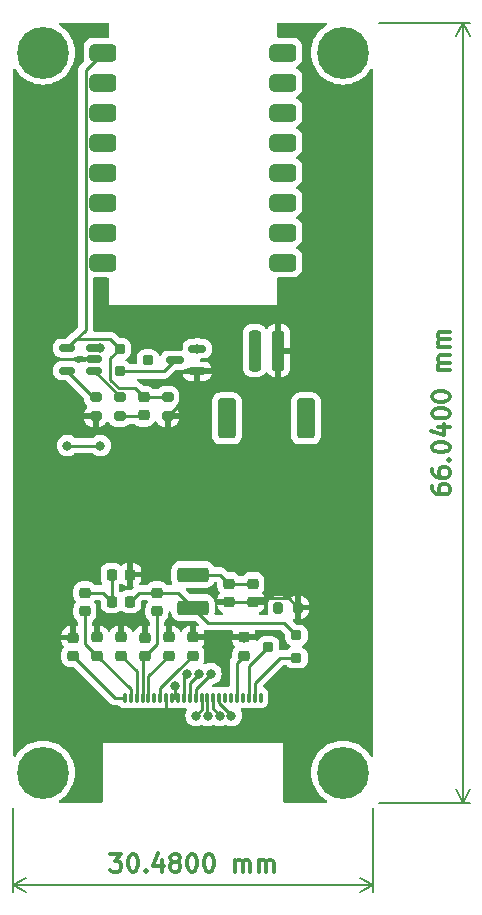
<source format=gbr>
%TF.GenerationSoftware,KiCad,Pcbnew,7.0.7*%
%TF.CreationDate,2023-08-24T23:35:40+10:00*%
%TF.ProjectId,esp32,65737033-322e-46b6-9963-61645f706362,rev?*%
%TF.SameCoordinates,Original*%
%TF.FileFunction,Copper,L1,Top*%
%TF.FilePolarity,Positive*%
%FSLAX46Y46*%
G04 Gerber Fmt 4.6, Leading zero omitted, Abs format (unit mm)*
G04 Created by KiCad (PCBNEW 7.0.7) date 2023-08-24 23:35:40*
%MOMM*%
%LPD*%
G01*
G04 APERTURE LIST*
G04 Aperture macros list*
%AMRoundRect*
0 Rectangle with rounded corners*
0 $1 Rounding radius*
0 $2 $3 $4 $5 $6 $7 $8 $9 X,Y pos of 4 corners*
0 Add a 4 corners polygon primitive as box body*
4,1,4,$2,$3,$4,$5,$6,$7,$8,$9,$2,$3,0*
0 Add four circle primitives for the rounded corners*
1,1,$1+$1,$2,$3*
1,1,$1+$1,$4,$5*
1,1,$1+$1,$6,$7*
1,1,$1+$1,$8,$9*
0 Add four rect primitives between the rounded corners*
20,1,$1+$1,$2,$3,$4,$5,0*
20,1,$1+$1,$4,$5,$6,$7,0*
20,1,$1+$1,$6,$7,$8,$9,0*
20,1,$1+$1,$8,$9,$2,$3,0*%
G04 Aperture macros list end*
%ADD10C,0.300000*%
%TA.AperFunction,NonConductor*%
%ADD11C,0.300000*%
%TD*%
%TA.AperFunction,NonConductor*%
%ADD12C,0.200000*%
%TD*%
%TA.AperFunction,SMDPad,CuDef*%
%ADD13RoundRect,0.225000X0.225000X0.250000X-0.225000X0.250000X-0.225000X-0.250000X0.225000X-0.250000X0*%
%TD*%
%TA.AperFunction,SMDPad,CuDef*%
%ADD14RoundRect,0.250000X-1.075000X0.375000X-1.075000X-0.375000X1.075000X-0.375000X1.075000X0.375000X0*%
%TD*%
%TA.AperFunction,SMDPad,CuDef*%
%ADD15RoundRect,0.200000X-0.250000X-0.200000X0.250000X-0.200000X0.250000X0.200000X-0.250000X0.200000X0*%
%TD*%
%TA.AperFunction,SMDPad,CuDef*%
%ADD16RoundRect,0.225000X-0.250000X0.225000X-0.250000X-0.225000X0.250000X-0.225000X0.250000X0.225000X0*%
%TD*%
%TA.AperFunction,SMDPad,CuDef*%
%ADD17RoundRect,0.225000X0.250000X-0.225000X0.250000X0.225000X-0.250000X0.225000X-0.250000X-0.225000X0*%
%TD*%
%TA.AperFunction,ComponentPad*%
%ADD18C,4.400000*%
%TD*%
%TA.AperFunction,SMDPad,CuDef*%
%ADD19RoundRect,0.200000X0.250000X0.200000X-0.250000X0.200000X-0.250000X-0.200000X0.250000X-0.200000X0*%
%TD*%
%TA.AperFunction,SMDPad,CuDef*%
%ADD20RoundRect,0.150000X0.587500X0.150000X-0.587500X0.150000X-0.587500X-0.150000X0.587500X-0.150000X0*%
%TD*%
%TA.AperFunction,SMDPad,CuDef*%
%ADD21RoundRect,0.218750X0.256250X-0.218750X0.256250X0.218750X-0.256250X0.218750X-0.256250X-0.218750X0*%
%TD*%
%TA.AperFunction,SMDPad,CuDef*%
%ADD22RoundRect,0.218750X-0.256250X0.218750X-0.256250X-0.218750X0.256250X-0.218750X0.256250X0.218750X0*%
%TD*%
%TA.AperFunction,SMDPad,CuDef*%
%ADD23RoundRect,0.381000X-0.762000X-0.381000X0.762000X-0.381000X0.762000X0.381000X-0.762000X0.381000X0*%
%TD*%
%TA.AperFunction,SMDPad,CuDef*%
%ADD24RoundRect,0.075000X-0.075000X0.325000X-0.075000X-0.325000X0.075000X-0.325000X0.075000X0.325000X0*%
%TD*%
%TA.AperFunction,SMDPad,CuDef*%
%ADD25RoundRect,0.200000X0.275000X-0.200000X0.275000X0.200000X-0.275000X0.200000X-0.275000X-0.200000X0*%
%TD*%
%TA.AperFunction,SMDPad,CuDef*%
%ADD26RoundRect,0.250000X-0.250000X-1.500000X0.250000X-1.500000X0.250000X1.500000X-0.250000X1.500000X0*%
%TD*%
%TA.AperFunction,SMDPad,CuDef*%
%ADD27RoundRect,0.250001X-0.499999X-1.449999X0.499999X-1.449999X0.499999X1.449999X-0.499999X1.449999X0*%
%TD*%
%TA.AperFunction,SMDPad,CuDef*%
%ADD28RoundRect,0.150000X0.512500X0.150000X-0.512500X0.150000X-0.512500X-0.150000X0.512500X-0.150000X0*%
%TD*%
%TA.AperFunction,SMDPad,CuDef*%
%ADD29RoundRect,0.218750X0.218750X0.256250X-0.218750X0.256250X-0.218750X-0.256250X0.218750X-0.256250X0*%
%TD*%
%TA.AperFunction,SMDPad,CuDef*%
%ADD30RoundRect,0.200000X0.200000X0.275000X-0.200000X0.275000X-0.200000X-0.275000X0.200000X-0.275000X0*%
%TD*%
%TA.AperFunction,ViaPad*%
%ADD31C,0.800000*%
%TD*%
%TA.AperFunction,Conductor*%
%ADD32C,0.250000*%
%TD*%
G04 APERTURE END LIST*
D10*
D11*
X43800001Y-105963328D02*
X44728573Y-105963328D01*
X44728573Y-105963328D02*
X44228573Y-106534757D01*
X44228573Y-106534757D02*
X44442858Y-106534757D01*
X44442858Y-106534757D02*
X44585716Y-106606185D01*
X44585716Y-106606185D02*
X44657144Y-106677614D01*
X44657144Y-106677614D02*
X44728573Y-106820471D01*
X44728573Y-106820471D02*
X44728573Y-107177614D01*
X44728573Y-107177614D02*
X44657144Y-107320471D01*
X44657144Y-107320471D02*
X44585716Y-107391900D01*
X44585716Y-107391900D02*
X44442858Y-107463328D01*
X44442858Y-107463328D02*
X44014287Y-107463328D01*
X44014287Y-107463328D02*
X43871430Y-107391900D01*
X43871430Y-107391900D02*
X43800001Y-107320471D01*
X45657144Y-105963328D02*
X45800001Y-105963328D01*
X45800001Y-105963328D02*
X45942858Y-106034757D01*
X45942858Y-106034757D02*
X46014287Y-106106185D01*
X46014287Y-106106185D02*
X46085715Y-106249042D01*
X46085715Y-106249042D02*
X46157144Y-106534757D01*
X46157144Y-106534757D02*
X46157144Y-106891900D01*
X46157144Y-106891900D02*
X46085715Y-107177614D01*
X46085715Y-107177614D02*
X46014287Y-107320471D01*
X46014287Y-107320471D02*
X45942858Y-107391900D01*
X45942858Y-107391900D02*
X45800001Y-107463328D01*
X45800001Y-107463328D02*
X45657144Y-107463328D01*
X45657144Y-107463328D02*
X45514287Y-107391900D01*
X45514287Y-107391900D02*
X45442858Y-107320471D01*
X45442858Y-107320471D02*
X45371429Y-107177614D01*
X45371429Y-107177614D02*
X45300001Y-106891900D01*
X45300001Y-106891900D02*
X45300001Y-106534757D01*
X45300001Y-106534757D02*
X45371429Y-106249042D01*
X45371429Y-106249042D02*
X45442858Y-106106185D01*
X45442858Y-106106185D02*
X45514287Y-106034757D01*
X45514287Y-106034757D02*
X45657144Y-105963328D01*
X46800000Y-107320471D02*
X46871429Y-107391900D01*
X46871429Y-107391900D02*
X46800000Y-107463328D01*
X46800000Y-107463328D02*
X46728572Y-107391900D01*
X46728572Y-107391900D02*
X46800000Y-107320471D01*
X46800000Y-107320471D02*
X46800000Y-107463328D01*
X48157144Y-106463328D02*
X48157144Y-107463328D01*
X47800001Y-105891900D02*
X47442858Y-106963328D01*
X47442858Y-106963328D02*
X48371429Y-106963328D01*
X49157143Y-106606185D02*
X49014286Y-106534757D01*
X49014286Y-106534757D02*
X48942857Y-106463328D01*
X48942857Y-106463328D02*
X48871429Y-106320471D01*
X48871429Y-106320471D02*
X48871429Y-106249042D01*
X48871429Y-106249042D02*
X48942857Y-106106185D01*
X48942857Y-106106185D02*
X49014286Y-106034757D01*
X49014286Y-106034757D02*
X49157143Y-105963328D01*
X49157143Y-105963328D02*
X49442857Y-105963328D01*
X49442857Y-105963328D02*
X49585715Y-106034757D01*
X49585715Y-106034757D02*
X49657143Y-106106185D01*
X49657143Y-106106185D02*
X49728572Y-106249042D01*
X49728572Y-106249042D02*
X49728572Y-106320471D01*
X49728572Y-106320471D02*
X49657143Y-106463328D01*
X49657143Y-106463328D02*
X49585715Y-106534757D01*
X49585715Y-106534757D02*
X49442857Y-106606185D01*
X49442857Y-106606185D02*
X49157143Y-106606185D01*
X49157143Y-106606185D02*
X49014286Y-106677614D01*
X49014286Y-106677614D02*
X48942857Y-106749042D01*
X48942857Y-106749042D02*
X48871429Y-106891900D01*
X48871429Y-106891900D02*
X48871429Y-107177614D01*
X48871429Y-107177614D02*
X48942857Y-107320471D01*
X48942857Y-107320471D02*
X49014286Y-107391900D01*
X49014286Y-107391900D02*
X49157143Y-107463328D01*
X49157143Y-107463328D02*
X49442857Y-107463328D01*
X49442857Y-107463328D02*
X49585715Y-107391900D01*
X49585715Y-107391900D02*
X49657143Y-107320471D01*
X49657143Y-107320471D02*
X49728572Y-107177614D01*
X49728572Y-107177614D02*
X49728572Y-106891900D01*
X49728572Y-106891900D02*
X49657143Y-106749042D01*
X49657143Y-106749042D02*
X49585715Y-106677614D01*
X49585715Y-106677614D02*
X49442857Y-106606185D01*
X50657143Y-105963328D02*
X50800000Y-105963328D01*
X50800000Y-105963328D02*
X50942857Y-106034757D01*
X50942857Y-106034757D02*
X51014286Y-106106185D01*
X51014286Y-106106185D02*
X51085714Y-106249042D01*
X51085714Y-106249042D02*
X51157143Y-106534757D01*
X51157143Y-106534757D02*
X51157143Y-106891900D01*
X51157143Y-106891900D02*
X51085714Y-107177614D01*
X51085714Y-107177614D02*
X51014286Y-107320471D01*
X51014286Y-107320471D02*
X50942857Y-107391900D01*
X50942857Y-107391900D02*
X50800000Y-107463328D01*
X50800000Y-107463328D02*
X50657143Y-107463328D01*
X50657143Y-107463328D02*
X50514286Y-107391900D01*
X50514286Y-107391900D02*
X50442857Y-107320471D01*
X50442857Y-107320471D02*
X50371428Y-107177614D01*
X50371428Y-107177614D02*
X50300000Y-106891900D01*
X50300000Y-106891900D02*
X50300000Y-106534757D01*
X50300000Y-106534757D02*
X50371428Y-106249042D01*
X50371428Y-106249042D02*
X50442857Y-106106185D01*
X50442857Y-106106185D02*
X50514286Y-106034757D01*
X50514286Y-106034757D02*
X50657143Y-105963328D01*
X52085714Y-105963328D02*
X52228571Y-105963328D01*
X52228571Y-105963328D02*
X52371428Y-106034757D01*
X52371428Y-106034757D02*
X52442857Y-106106185D01*
X52442857Y-106106185D02*
X52514285Y-106249042D01*
X52514285Y-106249042D02*
X52585714Y-106534757D01*
X52585714Y-106534757D02*
X52585714Y-106891900D01*
X52585714Y-106891900D02*
X52514285Y-107177614D01*
X52514285Y-107177614D02*
X52442857Y-107320471D01*
X52442857Y-107320471D02*
X52371428Y-107391900D01*
X52371428Y-107391900D02*
X52228571Y-107463328D01*
X52228571Y-107463328D02*
X52085714Y-107463328D01*
X52085714Y-107463328D02*
X51942857Y-107391900D01*
X51942857Y-107391900D02*
X51871428Y-107320471D01*
X51871428Y-107320471D02*
X51799999Y-107177614D01*
X51799999Y-107177614D02*
X51728571Y-106891900D01*
X51728571Y-106891900D02*
X51728571Y-106534757D01*
X51728571Y-106534757D02*
X51799999Y-106249042D01*
X51799999Y-106249042D02*
X51871428Y-106106185D01*
X51871428Y-106106185D02*
X51942857Y-106034757D01*
X51942857Y-106034757D02*
X52085714Y-105963328D01*
X54371427Y-107463328D02*
X54371427Y-106463328D01*
X54371427Y-106606185D02*
X54442856Y-106534757D01*
X54442856Y-106534757D02*
X54585713Y-106463328D01*
X54585713Y-106463328D02*
X54799999Y-106463328D01*
X54799999Y-106463328D02*
X54942856Y-106534757D01*
X54942856Y-106534757D02*
X55014285Y-106677614D01*
X55014285Y-106677614D02*
X55014285Y-107463328D01*
X55014285Y-106677614D02*
X55085713Y-106534757D01*
X55085713Y-106534757D02*
X55228570Y-106463328D01*
X55228570Y-106463328D02*
X55442856Y-106463328D01*
X55442856Y-106463328D02*
X55585713Y-106534757D01*
X55585713Y-106534757D02*
X55657142Y-106677614D01*
X55657142Y-106677614D02*
X55657142Y-107463328D01*
X56371427Y-107463328D02*
X56371427Y-106463328D01*
X56371427Y-106606185D02*
X56442856Y-106534757D01*
X56442856Y-106534757D02*
X56585713Y-106463328D01*
X56585713Y-106463328D02*
X56799999Y-106463328D01*
X56799999Y-106463328D02*
X56942856Y-106534757D01*
X56942856Y-106534757D02*
X57014285Y-106677614D01*
X57014285Y-106677614D02*
X57014285Y-107463328D01*
X57014285Y-106677614D02*
X57085713Y-106534757D01*
X57085713Y-106534757D02*
X57228570Y-106463328D01*
X57228570Y-106463328D02*
X57442856Y-106463328D01*
X57442856Y-106463328D02*
X57585713Y-106534757D01*
X57585713Y-106534757D02*
X57657142Y-106677614D01*
X57657142Y-106677614D02*
X57657142Y-107463328D01*
D12*
X35560000Y-102100000D02*
X35560000Y-109171420D01*
X66040000Y-102100000D02*
X66040000Y-109171420D01*
X35560000Y-108585000D02*
X66040000Y-108585000D01*
X35560000Y-108585000D02*
X66040000Y-108585000D01*
X35560000Y-108585000D02*
X36686504Y-107998579D01*
X35560000Y-108585000D02*
X36686504Y-109171421D01*
X66040000Y-108585000D02*
X64913496Y-109171421D01*
X66040000Y-108585000D02*
X64913496Y-107998579D01*
D10*
D11*
X71038328Y-74794284D02*
X71038328Y-75079998D01*
X71038328Y-75079998D02*
X71109757Y-75222855D01*
X71109757Y-75222855D02*
X71181185Y-75294284D01*
X71181185Y-75294284D02*
X71395471Y-75437141D01*
X71395471Y-75437141D02*
X71681185Y-75508569D01*
X71681185Y-75508569D02*
X72252614Y-75508569D01*
X72252614Y-75508569D02*
X72395471Y-75437141D01*
X72395471Y-75437141D02*
X72466900Y-75365712D01*
X72466900Y-75365712D02*
X72538328Y-75222855D01*
X72538328Y-75222855D02*
X72538328Y-74937141D01*
X72538328Y-74937141D02*
X72466900Y-74794284D01*
X72466900Y-74794284D02*
X72395471Y-74722855D01*
X72395471Y-74722855D02*
X72252614Y-74651426D01*
X72252614Y-74651426D02*
X71895471Y-74651426D01*
X71895471Y-74651426D02*
X71752614Y-74722855D01*
X71752614Y-74722855D02*
X71681185Y-74794284D01*
X71681185Y-74794284D02*
X71609757Y-74937141D01*
X71609757Y-74937141D02*
X71609757Y-75222855D01*
X71609757Y-75222855D02*
X71681185Y-75365712D01*
X71681185Y-75365712D02*
X71752614Y-75437141D01*
X71752614Y-75437141D02*
X71895471Y-75508569D01*
X71038328Y-73365713D02*
X71038328Y-73651427D01*
X71038328Y-73651427D02*
X71109757Y-73794284D01*
X71109757Y-73794284D02*
X71181185Y-73865713D01*
X71181185Y-73865713D02*
X71395471Y-74008570D01*
X71395471Y-74008570D02*
X71681185Y-74079998D01*
X71681185Y-74079998D02*
X72252614Y-74079998D01*
X72252614Y-74079998D02*
X72395471Y-74008570D01*
X72395471Y-74008570D02*
X72466900Y-73937141D01*
X72466900Y-73937141D02*
X72538328Y-73794284D01*
X72538328Y-73794284D02*
X72538328Y-73508570D01*
X72538328Y-73508570D02*
X72466900Y-73365713D01*
X72466900Y-73365713D02*
X72395471Y-73294284D01*
X72395471Y-73294284D02*
X72252614Y-73222855D01*
X72252614Y-73222855D02*
X71895471Y-73222855D01*
X71895471Y-73222855D02*
X71752614Y-73294284D01*
X71752614Y-73294284D02*
X71681185Y-73365713D01*
X71681185Y-73365713D02*
X71609757Y-73508570D01*
X71609757Y-73508570D02*
X71609757Y-73794284D01*
X71609757Y-73794284D02*
X71681185Y-73937141D01*
X71681185Y-73937141D02*
X71752614Y-74008570D01*
X71752614Y-74008570D02*
X71895471Y-74079998D01*
X72395471Y-72579999D02*
X72466900Y-72508570D01*
X72466900Y-72508570D02*
X72538328Y-72579999D01*
X72538328Y-72579999D02*
X72466900Y-72651427D01*
X72466900Y-72651427D02*
X72395471Y-72579999D01*
X72395471Y-72579999D02*
X72538328Y-72579999D01*
X71038328Y-71579998D02*
X71038328Y-71437141D01*
X71038328Y-71437141D02*
X71109757Y-71294284D01*
X71109757Y-71294284D02*
X71181185Y-71222856D01*
X71181185Y-71222856D02*
X71324042Y-71151427D01*
X71324042Y-71151427D02*
X71609757Y-71079998D01*
X71609757Y-71079998D02*
X71966900Y-71079998D01*
X71966900Y-71079998D02*
X72252614Y-71151427D01*
X72252614Y-71151427D02*
X72395471Y-71222856D01*
X72395471Y-71222856D02*
X72466900Y-71294284D01*
X72466900Y-71294284D02*
X72538328Y-71437141D01*
X72538328Y-71437141D02*
X72538328Y-71579998D01*
X72538328Y-71579998D02*
X72466900Y-71722856D01*
X72466900Y-71722856D02*
X72395471Y-71794284D01*
X72395471Y-71794284D02*
X72252614Y-71865713D01*
X72252614Y-71865713D02*
X71966900Y-71937141D01*
X71966900Y-71937141D02*
X71609757Y-71937141D01*
X71609757Y-71937141D02*
X71324042Y-71865713D01*
X71324042Y-71865713D02*
X71181185Y-71794284D01*
X71181185Y-71794284D02*
X71109757Y-71722856D01*
X71109757Y-71722856D02*
X71038328Y-71579998D01*
X71538328Y-69794285D02*
X72538328Y-69794285D01*
X70966900Y-70151427D02*
X72038328Y-70508570D01*
X72038328Y-70508570D02*
X72038328Y-69579999D01*
X71038328Y-68722856D02*
X71038328Y-68579999D01*
X71038328Y-68579999D02*
X71109757Y-68437142D01*
X71109757Y-68437142D02*
X71181185Y-68365714D01*
X71181185Y-68365714D02*
X71324042Y-68294285D01*
X71324042Y-68294285D02*
X71609757Y-68222856D01*
X71609757Y-68222856D02*
X71966900Y-68222856D01*
X71966900Y-68222856D02*
X72252614Y-68294285D01*
X72252614Y-68294285D02*
X72395471Y-68365714D01*
X72395471Y-68365714D02*
X72466900Y-68437142D01*
X72466900Y-68437142D02*
X72538328Y-68579999D01*
X72538328Y-68579999D02*
X72538328Y-68722856D01*
X72538328Y-68722856D02*
X72466900Y-68865714D01*
X72466900Y-68865714D02*
X72395471Y-68937142D01*
X72395471Y-68937142D02*
X72252614Y-69008571D01*
X72252614Y-69008571D02*
X71966900Y-69079999D01*
X71966900Y-69079999D02*
X71609757Y-69079999D01*
X71609757Y-69079999D02*
X71324042Y-69008571D01*
X71324042Y-69008571D02*
X71181185Y-68937142D01*
X71181185Y-68937142D02*
X71109757Y-68865714D01*
X71109757Y-68865714D02*
X71038328Y-68722856D01*
X71038328Y-67294285D02*
X71038328Y-67151428D01*
X71038328Y-67151428D02*
X71109757Y-67008571D01*
X71109757Y-67008571D02*
X71181185Y-66937143D01*
X71181185Y-66937143D02*
X71324042Y-66865714D01*
X71324042Y-66865714D02*
X71609757Y-66794285D01*
X71609757Y-66794285D02*
X71966900Y-66794285D01*
X71966900Y-66794285D02*
X72252614Y-66865714D01*
X72252614Y-66865714D02*
X72395471Y-66937143D01*
X72395471Y-66937143D02*
X72466900Y-67008571D01*
X72466900Y-67008571D02*
X72538328Y-67151428D01*
X72538328Y-67151428D02*
X72538328Y-67294285D01*
X72538328Y-67294285D02*
X72466900Y-67437143D01*
X72466900Y-67437143D02*
X72395471Y-67508571D01*
X72395471Y-67508571D02*
X72252614Y-67580000D01*
X72252614Y-67580000D02*
X71966900Y-67651428D01*
X71966900Y-67651428D02*
X71609757Y-67651428D01*
X71609757Y-67651428D02*
X71324042Y-67580000D01*
X71324042Y-67580000D02*
X71181185Y-67508571D01*
X71181185Y-67508571D02*
X71109757Y-67437143D01*
X71109757Y-67437143D02*
X71038328Y-67294285D01*
X72538328Y-65008572D02*
X71538328Y-65008572D01*
X71681185Y-65008572D02*
X71609757Y-64937143D01*
X71609757Y-64937143D02*
X71538328Y-64794286D01*
X71538328Y-64794286D02*
X71538328Y-64580000D01*
X71538328Y-64580000D02*
X71609757Y-64437143D01*
X71609757Y-64437143D02*
X71752614Y-64365715D01*
X71752614Y-64365715D02*
X72538328Y-64365715D01*
X71752614Y-64365715D02*
X71609757Y-64294286D01*
X71609757Y-64294286D02*
X71538328Y-64151429D01*
X71538328Y-64151429D02*
X71538328Y-63937143D01*
X71538328Y-63937143D02*
X71609757Y-63794286D01*
X71609757Y-63794286D02*
X71752614Y-63722857D01*
X71752614Y-63722857D02*
X72538328Y-63722857D01*
X72538328Y-63008572D02*
X71538328Y-63008572D01*
X71681185Y-63008572D02*
X71609757Y-62937143D01*
X71609757Y-62937143D02*
X71538328Y-62794286D01*
X71538328Y-62794286D02*
X71538328Y-62580000D01*
X71538328Y-62580000D02*
X71609757Y-62437143D01*
X71609757Y-62437143D02*
X71752614Y-62365715D01*
X71752614Y-62365715D02*
X72538328Y-62365715D01*
X71752614Y-62365715D02*
X71609757Y-62294286D01*
X71609757Y-62294286D02*
X71538328Y-62151429D01*
X71538328Y-62151429D02*
X71538328Y-61937143D01*
X71538328Y-61937143D02*
X71609757Y-61794286D01*
X71609757Y-61794286D02*
X71752614Y-61722857D01*
X71752614Y-61722857D02*
X72538328Y-61722857D01*
D12*
X66540000Y-35560000D02*
X74246420Y-35560000D01*
X66540000Y-101600000D02*
X74246420Y-101600000D01*
X73660000Y-35560000D02*
X73660000Y-101600000D01*
X73660000Y-35560000D02*
X73660000Y-101600000D01*
X73660000Y-35560000D02*
X74246421Y-36686504D01*
X73660000Y-35560000D02*
X73073579Y-36686504D01*
X73660000Y-101600000D02*
X73073579Y-100473496D01*
X73660000Y-101600000D02*
X74246421Y-100473496D01*
D13*
%TO.P,C3,1*%
%TO.N,Net-(D3-A)*%
X45479000Y-84576000D03*
%TO.P,C3,2*%
%TO.N,Net-(D1-K)*%
X43929000Y-84576000D03*
%TD*%
D14*
%TO.P,L1,1,1*%
%TO.N,+3.3V*%
X50800000Y-82290000D03*
%TO.P,L1,2,2*%
%TO.N,Net-(D3-A)*%
X50800000Y-85090000D03*
%TD*%
D15*
%TO.P,Q1,1,G*%
%TO.N,+5V*%
X44590000Y-63185000D03*
%TO.P,Q1,2,S*%
%TO.N,Net-(Q1-S)*%
X44590000Y-65085000D03*
%TO.P,Q1,3,D*%
%TO.N,+BATT*%
X46990000Y-64135000D03*
%TD*%
D16*
%TO.P,C4,1*%
%TO.N,GND*%
X50800000Y-87611000D03*
%TO.P,C4,2*%
%TO.N,Net-(J1-Pin_18)*%
X50800000Y-89161000D03*
%TD*%
D17*
%TO.P,C8,1*%
%TO.N,Net-(D1-A)*%
X42672000Y-89161000D03*
%TO.P,C8,2*%
%TO.N,GND*%
X42672000Y-87611000D03*
%TD*%
D18*
%TO.P,REF\u002A\u002A,1*%
%TO.N,N/C*%
X63500000Y-99060000D03*
%TD*%
D19*
%TO.P,Q2,1,G*%
%TO.N,Net-(J1-Pin_2)*%
X59557000Y-89336000D03*
%TO.P,Q2,2,D*%
%TO.N,Net-(D3-A)*%
X59557000Y-87436000D03*
%TO.P,Q2,3,S*%
%TO.N,Net-(J1-Pin_3)*%
X57157000Y-88386000D03*
%TD*%
D20*
%TO.P,U3,1,GND*%
%TO.N,GND*%
X51161038Y-65088500D03*
%TO.P,U3,2,VO*%
%TO.N,+3.3V*%
X51161038Y-63188500D03*
%TO.P,U3,3,VI*%
%TO.N,Net-(Q1-S)*%
X49286038Y-64138500D03*
%TD*%
D21*
%TO.P,D3,1,K*%
%TO.N,Net-(D3-K)*%
X47752000Y-85389000D03*
%TO.P,D3,2,A*%
%TO.N,Net-(D3-A)*%
X47752000Y-83814000D03*
%TD*%
D17*
%TO.P,C6,1*%
%TO.N,Net-(D3-K)*%
X46736000Y-89174000D03*
%TO.P,C6,2*%
%TO.N,GND*%
X46736000Y-87624000D03*
%TD*%
D22*
%TO.P,D1,1,K*%
%TO.N,Net-(D1-K)*%
X41656000Y-83814000D03*
%TO.P,D1,2,A*%
%TO.N,Net-(D1-A)*%
X41656000Y-85389000D03*
%TD*%
D18*
%TO.P,REF\u002A\u002A,1*%
%TO.N,N/C*%
X63500000Y-38100000D03*
%TD*%
D16*
%TO.P,C9,1*%
%TO.N,GND*%
X40640000Y-87624000D03*
%TO.P,C9,2*%
%TO.N,Net-(J1-Pin_24)*%
X40640000Y-89174000D03*
%TD*%
D23*
%TO.P,U1,1,5V*%
%TO.N,+5V*%
X43180000Y-38100000D03*
%TO.P,U1,2,G*%
%TO.N,GND*%
X43180000Y-40640000D03*
%TO.P,U1,3,3.3*%
%TO.N,+3.3V*%
X43180000Y-43180000D03*
%TO.P,U1,4,4*%
%TO.N,4*%
X43180000Y-45720000D03*
%TO.P,U1,5,3*%
%TO.N,3*%
X43180000Y-48260000D03*
%TO.P,U1,6,2*%
%TO.N,2*%
X43180000Y-50800000D03*
%TO.P,U1,7,1*%
%TO.N,1*%
X43180000Y-53340000D03*
%TO.P,U1,8,0*%
%TO.N,0*%
X43180000Y-55880000D03*
%TO.P,U1,9,5*%
%TO.N,5*%
X58420000Y-38100000D03*
%TO.P,U1,10,6*%
%TO.N,6*%
X58420000Y-40640000D03*
%TO.P,U1,11,7*%
%TO.N,7*%
X58420000Y-43180000D03*
%TO.P,U1,12,8*%
%TO.N,8*%
X58420000Y-45720000D03*
%TO.P,U1,13,9*%
%TO.N,9*%
X58420000Y-48260000D03*
%TO.P,U1,14,10*%
%TO.N,10*%
X58420000Y-50800000D03*
%TO.P,U1,15,20*%
%TO.N,20*%
X58420000Y-53340000D03*
%TO.P,U1,16,21*%
%TO.N,21*%
X58420000Y-55880000D03*
%TD*%
D21*
%TO.P,D4,1,K*%
%TO.N,Net-(D4-K)*%
X46622000Y-68824000D03*
%TO.P,D4,2,A*%
%TO.N,+5V*%
X46622000Y-67249000D03*
%TD*%
D24*
%TO.P,J1,1,Pin_1*%
%TO.N,unconnected-(J1-Pin_1-Pad1)*%
X56530000Y-92710000D03*
%TO.P,J1,2,Pin_2*%
%TO.N,Net-(J1-Pin_2)*%
X56030000Y-92710000D03*
%TO.P,J1,3,Pin_3*%
%TO.N,Net-(J1-Pin_3)*%
X55530000Y-92710000D03*
%TO.P,J1,4,Pin_4*%
%TO.N,unconnected-(J1-Pin_4-Pad4)*%
X55030000Y-92710000D03*
%TO.P,J1,5,Pin_5*%
%TO.N,Net-(J1-Pin_5)*%
X54530000Y-92710000D03*
%TO.P,J1,6,Pin_6*%
%TO.N,unconnected-(J1-Pin_6-Pad6)*%
X54030000Y-92710000D03*
%TO.P,J1,7,Pin_7*%
%TO.N,unconnected-(J1-Pin_7-Pad7)*%
X53530000Y-92710000D03*
%TO.P,J1,8,Pin_8*%
%TO.N,4*%
X53030000Y-92710000D03*
%TO.P,J1,9,Pin_9*%
%TO.N,3*%
X52530000Y-92710000D03*
%TO.P,J1,10,Pin_10*%
%TO.N,2*%
X52030000Y-92710000D03*
%TO.P,J1,11,Pin_11*%
%TO.N,1*%
X51530000Y-92710000D03*
%TO.P,J1,12,Pin_12*%
%TO.N,10*%
X51030000Y-92710000D03*
%TO.P,J1,13,Pin_13*%
%TO.N,20*%
X50530000Y-92710000D03*
%TO.P,J1,14,Pin_14*%
%TO.N,21*%
X50030000Y-92710000D03*
%TO.P,J1,15,Pin_15*%
%TO.N,+3.3V*%
X49530000Y-92710000D03*
%TO.P,J1,16,Pin_16*%
X49030000Y-92710000D03*
%TO.P,J1,17,Pin_17*%
%TO.N,GND*%
X48530000Y-92710000D03*
%TO.P,J1,18,Pin_18*%
%TO.N,Net-(J1-Pin_18)*%
X48030000Y-92710000D03*
%TO.P,J1,19,Pin_19*%
%TO.N,unconnected-(J1-Pin_19-Pad19)*%
X47530000Y-92710000D03*
%TO.P,J1,20,Pin_20*%
%TO.N,Net-(J1-Pin_20)*%
X47030000Y-92710000D03*
%TO.P,J1,21,Pin_21*%
%TO.N,Net-(D3-K)*%
X46530000Y-92710000D03*
%TO.P,J1,22,Pin_22*%
%TO.N,Net-(J1-Pin_22)*%
X46030000Y-92710000D03*
%TO.P,J1,23,Pin_23*%
%TO.N,Net-(D1-A)*%
X45530000Y-92710000D03*
%TO.P,J1,24,Pin_24*%
%TO.N,Net-(J1-Pin_24)*%
X45030000Y-92710000D03*
%TD*%
D25*
%TO.P,R2,1*%
%TO.N,GND*%
X48654000Y-68899000D03*
%TO.P,R2,2*%
%TO.N,+5V*%
X48654000Y-67249000D03*
%TD*%
D26*
%TO.P,BT1,1,+*%
%TO.N,+BATT*%
X56020000Y-63328000D03*
%TO.P,BT1,2,-*%
%TO.N,GND*%
X58020000Y-63328000D03*
D27*
%TO.P,BT1,MP*%
%TO.N,N/C*%
X53670000Y-69078000D03*
X60370000Y-69078000D03*
%TD*%
D28*
%TO.P,U2,1,STAT*%
%TO.N,Net-(U2-STAT)*%
X42415000Y-65018500D03*
%TO.P,U2,2,V_{SS}*%
%TO.N,GND*%
X42415000Y-64068500D03*
%TO.P,U2,3,V_{BAT}*%
%TO.N,+BATT*%
X42415000Y-63118500D03*
%TO.P,U2,4,V_{DD}*%
%TO.N,+5V*%
X40140000Y-63118500D03*
%TO.P,U2,5,PROG*%
%TO.N,Net-(U2-PROG)*%
X40140000Y-65018500D03*
%TD*%
D18*
%TO.P,REF\u002A\u002A,1*%
%TO.N,N/C*%
X38100000Y-38100000D03*
%TD*%
D25*
%TO.P,R4,1*%
%TO.N,Net-(D4-K)*%
X44590000Y-68899000D03*
%TO.P,R4,2*%
%TO.N,Net-(U2-STAT)*%
X44590000Y-67249000D03*
%TD*%
D16*
%TO.P,C10,1*%
%TO.N,GND*%
X55118000Y-87611000D03*
%TO.P,C10,2*%
%TO.N,Net-(J1-Pin_5)*%
X55118000Y-89161000D03*
%TD*%
%TO.P,C5,1*%
%TO.N,GND*%
X48768000Y-87611000D03*
%TO.P,C5,2*%
%TO.N,Net-(J1-Pin_20)*%
X48768000Y-89161000D03*
%TD*%
D18*
%TO.P,REF\u002A\u002A,1*%
%TO.N,N/C*%
X38100000Y-99060000D03*
%TD*%
D29*
%TO.P,D2,1,K*%
%TO.N,GND*%
X45491500Y-82290000D03*
%TO.P,D2,2,A*%
%TO.N,Net-(D1-K)*%
X43916500Y-82290000D03*
%TD*%
D16*
%TO.P,C2,1*%
%TO.N,+3.3V*%
X55880000Y-83052000D03*
%TO.P,C2,2*%
%TO.N,GND*%
X55880000Y-84602000D03*
%TD*%
D30*
%TO.P,R1,1*%
%TO.N,GND*%
X59690000Y-85084000D03*
%TO.P,R1,2*%
%TO.N,Net-(J1-Pin_3)*%
X58040000Y-85084000D03*
%TD*%
D25*
%TO.P,R3,1*%
%TO.N,GND*%
X42558000Y-68899000D03*
%TO.P,R3,2*%
%TO.N,Net-(U2-PROG)*%
X42558000Y-67249000D03*
%TD*%
D16*
%TO.P,C7,1*%
%TO.N,GND*%
X44704000Y-87611000D03*
%TO.P,C7,2*%
%TO.N,Net-(J1-Pin_22)*%
X44704000Y-89161000D03*
%TD*%
%TO.P,C1,1*%
%TO.N,+3.3V*%
X53848000Y-83052000D03*
%TO.P,C1,2*%
%TO.N,GND*%
X53848000Y-84602000D03*
%TD*%
D31*
%TO.N,GND*%
X55880000Y-84576000D03*
X55118000Y-87624000D03*
X43180000Y-40640000D03*
X40640000Y-40640000D03*
%TO.N,+3.3V*%
X40158500Y-71374000D03*
X51161038Y-63188500D03*
X49276000Y-91694000D03*
X42957500Y-71374000D03*
X50800000Y-82290000D03*
X43180000Y-43180000D03*
%TO.N,21*%
X50292000Y-90678000D03*
X58420000Y-55880000D03*
%TO.N,20*%
X51308000Y-90678000D03*
X58420000Y-53340000D03*
%TO.N,10*%
X58420000Y-50800000D03*
X52324000Y-90678000D03*
%TO.N,1*%
X43180000Y-53340000D03*
X51054000Y-94234000D03*
%TO.N,2*%
X43180000Y-50800000D03*
X52053503Y-94234000D03*
%TO.N,3*%
X43180000Y-48260000D03*
X53053006Y-94234000D03*
%TO.N,4*%
X43180000Y-45720000D03*
X54052509Y-94234000D03*
%TO.N,Net-(J1-Pin_3)*%
X58040000Y-85084000D03*
X57150000Y-88386000D03*
%TO.N,+BATT*%
X42957500Y-63118500D03*
X56020000Y-63328000D03*
X46990000Y-64135000D03*
%TD*%
D32*
%TO.N,+5V*%
X44590000Y-63185000D02*
X43815000Y-63960000D01*
X41712000Y-39568000D02*
X43180000Y-38100000D01*
X44590000Y-63185000D02*
X43754000Y-62349000D01*
X41712000Y-61546500D02*
X40140000Y-63118500D01*
X43815000Y-65782104D02*
X44556896Y-66524000D01*
X40909500Y-62349000D02*
X40140000Y-63118500D01*
X45897000Y-66524000D02*
X46622000Y-67249000D01*
X44556896Y-66524000D02*
X45897000Y-66524000D01*
X43815000Y-63960000D02*
X43815000Y-65782104D01*
X43754000Y-62349000D02*
X40909500Y-62349000D01*
X41712000Y-39568000D02*
X41712000Y-61546500D01*
X46622000Y-67249000D02*
X48654000Y-67249000D01*
%TO.N,GND*%
X53848000Y-84602000D02*
X55880000Y-84576000D01*
X58890000Y-84284000D02*
X59690000Y-85084000D01*
X56198000Y-84284000D02*
X58890000Y-84284000D01*
X49454000Y-68099000D02*
X48654000Y-68899000D01*
X48530000Y-92710000D02*
X48530000Y-93710000D01*
X55880000Y-84602000D02*
X56198000Y-84284000D01*
%TO.N,+3.3V*%
X49276000Y-92710000D02*
X49030000Y-92710000D01*
X49530000Y-92710000D02*
X49276000Y-92710000D01*
X42957500Y-71374000D02*
X40158500Y-71374000D01*
X53848000Y-83052000D02*
X55880000Y-83052000D01*
X53086000Y-82290000D02*
X53848000Y-83052000D01*
X49276000Y-91694000D02*
X49276000Y-92710000D01*
X50800000Y-82290000D02*
X53086000Y-82290000D01*
%TO.N,21*%
X50030000Y-90940000D02*
X50292000Y-90678000D01*
X50030000Y-92710000D02*
X50030000Y-90940000D01*
%TO.N,20*%
X50530000Y-91465305D02*
X51308000Y-90687305D01*
X50530000Y-92710000D02*
X50530000Y-91465305D01*
X51308000Y-90687305D02*
X51308000Y-90678000D01*
%TO.N,10*%
X51571305Y-91440000D02*
X52324000Y-90687305D01*
X51030000Y-92710000D02*
X51030000Y-91972000D01*
X52324000Y-90687305D02*
X52324000Y-90678000D01*
X51030000Y-91972000D02*
X51562000Y-91440000D01*
X51562000Y-91440000D02*
X51571305Y-91440000D01*
%TO.N,1*%
X51530000Y-93732198D02*
X51054000Y-94208198D01*
X51530000Y-92710000D02*
X51530000Y-93732198D01*
X51054000Y-94208198D02*
X51054000Y-94234000D01*
%TO.N,2*%
X52030000Y-94210497D02*
X52053503Y-94234000D01*
X52030000Y-92710000D02*
X52030000Y-94210497D01*
%TO.N,3*%
X52530000Y-92710000D02*
X52530000Y-93685192D01*
X53053006Y-94208198D02*
X53053006Y-94234000D01*
X52530000Y-93685192D02*
X53053006Y-94208198D01*
%TO.N,4*%
X53030000Y-93175685D02*
X54052509Y-94198194D01*
X53030000Y-92710000D02*
X53030000Y-93175685D01*
X54052509Y-94198194D02*
X54052509Y-94234000D01*
%TO.N,Net-(D1-A)*%
X42672000Y-89161000D02*
X45530000Y-92019000D01*
X45530000Y-92019000D02*
X45530000Y-92710000D01*
X41656000Y-88145000D02*
X41656000Y-85389000D01*
X42672000Y-89161000D02*
X41656000Y-88145000D01*
%TO.N,Net-(D3-K)*%
X47752000Y-88158000D02*
X47752000Y-85389000D01*
X46530000Y-89380000D02*
X46530000Y-92710000D01*
X46736000Y-89174000D02*
X46530000Y-89380000D01*
X46736000Y-89174000D02*
X47752000Y-88158000D01*
%TO.N,Net-(D3-A)*%
X50800000Y-85090000D02*
X52064000Y-86354000D01*
X50800000Y-85090000D02*
X49524000Y-83814000D01*
X46241000Y-83814000D02*
X45479000Y-84576000D01*
X47752000Y-83814000D02*
X46241000Y-83814000D01*
X52064000Y-86354000D02*
X58475000Y-86354000D01*
X49524000Y-83814000D02*
X47752000Y-83814000D01*
X58475000Y-86354000D02*
X59557000Y-87436000D01*
%TO.N,Net-(J1-Pin_18)*%
X49554000Y-90407000D02*
X49537695Y-90407000D01*
X49537695Y-90407000D02*
X48030000Y-91914695D01*
X48030000Y-91914695D02*
X48030000Y-92710000D01*
X49554000Y-90407000D02*
X50800000Y-89161000D01*
%TO.N,Net-(J1-Pin_20)*%
X47030000Y-90899000D02*
X47030000Y-92710000D01*
X48768000Y-89161000D02*
X47030000Y-90899000D01*
%TO.N,Net-(J1-Pin_5)*%
X55118000Y-89161000D02*
X54530000Y-89749000D01*
X54530000Y-89749000D02*
X54530000Y-92710000D01*
%TO.N,Net-(J1-Pin_22)*%
X46030000Y-90487000D02*
X44704000Y-89161000D01*
X46030000Y-92710000D02*
X46030000Y-90487000D01*
%TO.N,Net-(J1-Pin_24)*%
X40640000Y-89174000D02*
X44176000Y-92710000D01*
X44176000Y-92710000D02*
X45030000Y-92710000D01*
%TO.N,Net-(J1-Pin_2)*%
X59557000Y-89336000D02*
X58134000Y-89336000D01*
X56030000Y-91440000D02*
X56030000Y-92710000D01*
X58134000Y-89336000D02*
X56030000Y-91440000D01*
%TO.N,Net-(J1-Pin_3)*%
X57150000Y-88386000D02*
X55530000Y-90006000D01*
X55530000Y-90006000D02*
X55530000Y-92710000D01*
%TO.N,Net-(D1-K)*%
X43167000Y-83814000D02*
X43929000Y-84576000D01*
X41656000Y-83814000D02*
X43167000Y-83814000D01*
X43929000Y-84576000D02*
X43929000Y-82302500D01*
%TO.N,Net-(U2-PROG)*%
X42370500Y-67249000D02*
X40140000Y-65018500D01*
X42558000Y-67249000D02*
X42370500Y-67249000D01*
%TO.N,Net-(D4-K)*%
X44590000Y-68899000D02*
X46547000Y-68899000D01*
X46547000Y-68899000D02*
X46622000Y-68824000D01*
%TO.N,Net-(U2-STAT)*%
X44590000Y-67249000D02*
X44590000Y-67193500D01*
X44590000Y-67193500D02*
X42415000Y-65018500D01*
%TO.N,+BATT*%
X42957500Y-63118500D02*
X42415000Y-63118500D01*
X42005500Y-63118500D02*
X42957500Y-63118500D01*
%TO.N,Net-(Q1-S)*%
X49286038Y-64138500D02*
X48339538Y-65085000D01*
X48339538Y-65085000D02*
X44590000Y-65085000D01*
%TD*%
%TA.AperFunction,Conductor*%
%TO.N,GND*%
G36*
X48932703Y-85437393D02*
G01*
X48970477Y-85496171D01*
X48974858Y-85518505D01*
X48985000Y-85617796D01*
X48985001Y-85617799D01*
X49040185Y-85784331D01*
X49040186Y-85784334D01*
X49132288Y-85933656D01*
X49256344Y-86057712D01*
X49405666Y-86149814D01*
X49572203Y-86204999D01*
X49674991Y-86215500D01*
X50989546Y-86215499D01*
X51056585Y-86235184D01*
X51077227Y-86251818D01*
X51284105Y-86458696D01*
X51317590Y-86520019D01*
X51312606Y-86589711D01*
X51270734Y-86645644D01*
X51205270Y-86670061D01*
X51183822Y-86669735D01*
X51098324Y-86661000D01*
X51049999Y-86661000D01*
X51049999Y-87360999D01*
X51050001Y-87361000D01*
X51774999Y-87361000D01*
X51774999Y-87337692D01*
X51774998Y-87337677D01*
X51764855Y-87238392D01*
X51723372Y-87113204D01*
X51720970Y-87043376D01*
X51756702Y-86983334D01*
X51819222Y-86952141D01*
X51880176Y-86958775D01*
X51880616Y-86957262D01*
X51888096Y-86959434D01*
X51888104Y-86959438D01*
X51934157Y-86966732D01*
X51939826Y-86967906D01*
X51984981Y-86979500D01*
X52005016Y-86979500D01*
X52024413Y-86981026D01*
X52044196Y-86984160D01*
X52090583Y-86979775D01*
X52096422Y-86979500D01*
X54067213Y-86979500D01*
X54134252Y-86999185D01*
X54180007Y-87051989D01*
X54189951Y-87121147D01*
X54184919Y-87142504D01*
X54153144Y-87238393D01*
X54143000Y-87337677D01*
X54143000Y-87337681D01*
X54142999Y-87361000D01*
X56092999Y-87361000D01*
X56092999Y-87337692D01*
X56092998Y-87337677D01*
X56082855Y-87238392D01*
X56051081Y-87142504D01*
X56048679Y-87072676D01*
X56084411Y-87012634D01*
X56146931Y-86981441D01*
X56168787Y-86979500D01*
X58164548Y-86979500D01*
X58231587Y-86999185D01*
X58252228Y-87015818D01*
X58570182Y-87333772D01*
X58603666Y-87395093D01*
X58606500Y-87421451D01*
X58606499Y-87692613D01*
X58612913Y-87763192D01*
X58612913Y-87763194D01*
X58612914Y-87763196D01*
X58663522Y-87925606D01*
X58744043Y-88058804D01*
X58751530Y-88071188D01*
X58871811Y-88191469D01*
X58871813Y-88191470D01*
X58871815Y-88191472D01*
X58981374Y-88257703D01*
X59018064Y-88279883D01*
X59065252Y-88331411D01*
X59077090Y-88400271D01*
X59049821Y-88464599D01*
X59018064Y-88492117D01*
X59017394Y-88492521D01*
X59017394Y-88492522D01*
X59011709Y-88495959D01*
X58871811Y-88580530D01*
X58871810Y-88580531D01*
X58778161Y-88674181D01*
X58716838Y-88707666D01*
X58690480Y-88710500D01*
X58231500Y-88710500D01*
X58164461Y-88690815D01*
X58118706Y-88638011D01*
X58107500Y-88586500D01*
X58107500Y-88129386D01*
X58106296Y-88116140D01*
X58101086Y-88058804D01*
X58050478Y-87896394D01*
X57962472Y-87750815D01*
X57962470Y-87750813D01*
X57962469Y-87750811D01*
X57842188Y-87630530D01*
X57696606Y-87542522D01*
X57696606Y-87542521D01*
X57534196Y-87491914D01*
X57534194Y-87491913D01*
X57534192Y-87491913D01*
X57484778Y-87487423D01*
X57463616Y-87485500D01*
X56850384Y-87485500D01*
X56831144Y-87487248D01*
X56779807Y-87491913D01*
X56617393Y-87542522D01*
X56471811Y-87630530D01*
X56351531Y-87750810D01*
X56351528Y-87750814D01*
X56294491Y-87845164D01*
X56242963Y-87892351D01*
X56174104Y-87904189D01*
X56109775Y-87876920D01*
X56100694Y-87868694D01*
X56093000Y-87861000D01*
X54143001Y-87861000D01*
X54143001Y-87884322D01*
X54153144Y-87983607D01*
X54206452Y-88144481D01*
X54206457Y-88144492D01*
X54295424Y-88288728D01*
X54295427Y-88288732D01*
X54304660Y-88297965D01*
X54338145Y-88359288D01*
X54333161Y-88428980D01*
X54304663Y-88473324D01*
X54295033Y-88482953D01*
X54295029Y-88482959D01*
X54206001Y-88627294D01*
X54205996Y-88627305D01*
X54152651Y-88788290D01*
X54142500Y-88887647D01*
X54142500Y-89198808D01*
X54122815Y-89265847D01*
X54108892Y-89283692D01*
X54080772Y-89313636D01*
X54059889Y-89334519D01*
X54059877Y-89334532D01*
X54055621Y-89340017D01*
X54051837Y-89344447D01*
X54019937Y-89378418D01*
X54019936Y-89378420D01*
X54010284Y-89395976D01*
X53999610Y-89412226D01*
X53987329Y-89428061D01*
X53987324Y-89428068D01*
X53968815Y-89470838D01*
X53966245Y-89476084D01*
X53943803Y-89516906D01*
X53938822Y-89536307D01*
X53932521Y-89554710D01*
X53924562Y-89573102D01*
X53924561Y-89573105D01*
X53917271Y-89619127D01*
X53916087Y-89624846D01*
X53904501Y-89669972D01*
X53904500Y-89669982D01*
X53904500Y-89690016D01*
X53902973Y-89709416D01*
X53899839Y-89729194D01*
X53904224Y-89775580D01*
X53904499Y-89781417D01*
X53904499Y-91702440D01*
X53884814Y-91769479D01*
X53832010Y-91815234D01*
X53812658Y-91822197D01*
X53812159Y-91822331D01*
X53763688Y-91822370D01*
X53763293Y-91825374D01*
X53755236Y-91824313D01*
X53735451Y-91821708D01*
X53642727Y-91809500D01*
X53642720Y-91809500D01*
X53417280Y-91809500D01*
X53417272Y-91809500D01*
X53330393Y-91820938D01*
X53304764Y-91824313D01*
X53304762Y-91824313D01*
X53296708Y-91825374D01*
X53296316Y-91822399D01*
X53263684Y-91822399D01*
X53263292Y-91825374D01*
X53255237Y-91824313D01*
X53255236Y-91824313D01*
X53226271Y-91820499D01*
X53142727Y-91809500D01*
X53142720Y-91809500D01*
X52917280Y-91809500D01*
X52917272Y-91809500D01*
X52830393Y-91820938D01*
X52804764Y-91824313D01*
X52804762Y-91824313D01*
X52796708Y-91825374D01*
X52796316Y-91822399D01*
X52763684Y-91822399D01*
X52763292Y-91825374D01*
X52755237Y-91824313D01*
X52755236Y-91824313D01*
X52726271Y-91820499D01*
X52642727Y-91809500D01*
X52642720Y-91809500D01*
X52511656Y-91809500D01*
X52444617Y-91789815D01*
X52398862Y-91737011D01*
X52388918Y-91667853D01*
X52417943Y-91604297D01*
X52476721Y-91566523D01*
X52485876Y-91564210D01*
X52495380Y-91562189D01*
X52603803Y-91539144D01*
X52776730Y-91462151D01*
X52929871Y-91350888D01*
X53056533Y-91210216D01*
X53151179Y-91046284D01*
X53209674Y-90866256D01*
X53229460Y-90678000D01*
X53209674Y-90489744D01*
X53151179Y-90309716D01*
X53056533Y-90145784D01*
X52929871Y-90005112D01*
X52919833Y-89997819D01*
X52776734Y-89893851D01*
X52776729Y-89893848D01*
X52603807Y-89816857D01*
X52603802Y-89816855D01*
X52437074Y-89781417D01*
X52418646Y-89777500D01*
X52229354Y-89777500D01*
X52210926Y-89781417D01*
X52044197Y-89816855D01*
X52044192Y-89816857D01*
X51866436Y-89896001D01*
X51797186Y-89905286D01*
X51765560Y-89896000D01*
X51760731Y-89893849D01*
X51760730Y-89893849D01*
X51755673Y-89891597D01*
X51702439Y-89846345D01*
X51682120Y-89779496D01*
X51700578Y-89713220D01*
X51712000Y-89694702D01*
X51712000Y-89694701D01*
X51712003Y-89694697D01*
X51765349Y-89533708D01*
X51775500Y-89434345D01*
X51775499Y-88887656D01*
X51765349Y-88788292D01*
X51712003Y-88627303D01*
X51711999Y-88627297D01*
X51711998Y-88627294D01*
X51622970Y-88482959D01*
X51622967Y-88482955D01*
X51613339Y-88473327D01*
X51579854Y-88412004D01*
X51584838Y-88342312D01*
X51613345Y-88297959D01*
X51622573Y-88288731D01*
X51711542Y-88144492D01*
X51711547Y-88144481D01*
X51764855Y-87983606D01*
X51774999Y-87884322D01*
X51775000Y-87884309D01*
X51775000Y-87861000D01*
X50674000Y-87861000D01*
X50606961Y-87841315D01*
X50561206Y-87788511D01*
X50550000Y-87737000D01*
X50550000Y-86661000D01*
X50549999Y-86660999D01*
X50501693Y-86661000D01*
X50501675Y-86661001D01*
X50402392Y-86671144D01*
X50241518Y-86724452D01*
X50241507Y-86724457D01*
X50097271Y-86813424D01*
X50097267Y-86813427D01*
X49977427Y-86933267D01*
X49977424Y-86933271D01*
X49889538Y-87075756D01*
X49837590Y-87122481D01*
X49768628Y-87133702D01*
X49704546Y-87105859D01*
X49678462Y-87075756D01*
X49590575Y-86933271D01*
X49590572Y-86933267D01*
X49470732Y-86813427D01*
X49470728Y-86813424D01*
X49326492Y-86724457D01*
X49326481Y-86724452D01*
X49165606Y-86671144D01*
X49066322Y-86661000D01*
X49018000Y-86661000D01*
X49018000Y-87737000D01*
X48998315Y-87804039D01*
X48945511Y-87849794D01*
X48894000Y-87861000D01*
X48642000Y-87861000D01*
X48574961Y-87841315D01*
X48529206Y-87788511D01*
X48518000Y-87737000D01*
X48518000Y-86661000D01*
X48517999Y-86660999D01*
X48501502Y-86661000D01*
X48434462Y-86641316D01*
X48388706Y-86588513D01*
X48377500Y-86537000D01*
X48377500Y-86294265D01*
X48397185Y-86227226D01*
X48436401Y-86188727D01*
X48457391Y-86175781D01*
X48576281Y-86056891D01*
X48664549Y-85913787D01*
X48717436Y-85754185D01*
X48727500Y-85655674D01*
X48727500Y-85531105D01*
X48747185Y-85464067D01*
X48799989Y-85418312D01*
X48869147Y-85408368D01*
X48932703Y-85437393D01*
G37*
%TD.AperFunction*%
%TA.AperFunction,Conductor*%
G36*
X42921539Y-84459185D02*
G01*
X42967294Y-84511989D01*
X42978500Y-84563500D01*
X42978500Y-84874336D01*
X42978501Y-84874355D01*
X42988650Y-84973707D01*
X42988651Y-84973710D01*
X43041996Y-85134694D01*
X43042001Y-85134705D01*
X43131029Y-85279040D01*
X43131032Y-85279044D01*
X43250955Y-85398967D01*
X43250959Y-85398970D01*
X43395294Y-85487998D01*
X43395297Y-85487999D01*
X43395303Y-85488003D01*
X43556292Y-85541349D01*
X43655655Y-85551500D01*
X44202344Y-85551499D01*
X44202352Y-85551498D01*
X44202355Y-85551498D01*
X44256760Y-85545940D01*
X44301708Y-85541349D01*
X44462697Y-85488003D01*
X44607044Y-85398968D01*
X44616319Y-85389692D01*
X44677642Y-85356208D01*
X44747334Y-85361192D01*
X44791681Y-85389693D01*
X44800955Y-85398967D01*
X44800959Y-85398970D01*
X44945294Y-85487998D01*
X44945297Y-85487999D01*
X44945303Y-85488003D01*
X45106292Y-85541349D01*
X45205655Y-85551500D01*
X45752344Y-85551499D01*
X45752352Y-85551498D01*
X45752355Y-85551498D01*
X45806760Y-85545940D01*
X45851708Y-85541349D01*
X46012697Y-85488003D01*
X46157044Y-85398968D01*
X46276968Y-85279044D01*
X46366003Y-85134697D01*
X46419349Y-84973708D01*
X46429500Y-84874345D01*
X46429499Y-84563499D01*
X46449183Y-84496461D01*
X46501987Y-84450706D01*
X46553499Y-84439500D01*
X46834168Y-84439500D01*
X46901207Y-84459185D01*
X46921664Y-84477731D01*
X46922612Y-84476784D01*
X46959647Y-84513819D01*
X46993132Y-84575142D01*
X46988148Y-84644834D01*
X46959647Y-84689181D01*
X46927719Y-84721108D01*
X46927716Y-84721112D01*
X46839455Y-84864204D01*
X46839450Y-84864215D01*
X46836090Y-84874355D01*
X46786564Y-85023815D01*
X46786564Y-85023816D01*
X46786563Y-85023816D01*
X46776500Y-85122318D01*
X46776500Y-85655681D01*
X46786563Y-85754183D01*
X46839450Y-85913784D01*
X46839455Y-85913795D01*
X46927716Y-86056887D01*
X46927719Y-86056891D01*
X47046609Y-86175781D01*
X47067597Y-86188727D01*
X47114321Y-86240674D01*
X47126500Y-86294265D01*
X47126500Y-86550000D01*
X47106815Y-86617039D01*
X47054011Y-86662794D01*
X47002500Y-86674000D01*
X46986000Y-86674000D01*
X46986000Y-87750000D01*
X46966315Y-87817039D01*
X46913511Y-87862794D01*
X46862000Y-87874000D01*
X46610000Y-87874000D01*
X46542961Y-87854315D01*
X46497206Y-87801511D01*
X46486000Y-87750000D01*
X46486000Y-86674000D01*
X46485999Y-86673999D01*
X46437693Y-86674000D01*
X46437675Y-86674001D01*
X46338392Y-86684144D01*
X46177518Y-86737452D01*
X46177507Y-86737457D01*
X46033271Y-86826424D01*
X46033267Y-86826427D01*
X45913426Y-86946268D01*
X45829547Y-87082257D01*
X45777599Y-87128981D01*
X45708636Y-87140202D01*
X45644554Y-87112359D01*
X45618471Y-87082256D01*
X45526575Y-86933271D01*
X45526572Y-86933267D01*
X45406732Y-86813427D01*
X45406728Y-86813424D01*
X45262492Y-86724457D01*
X45262481Y-86724452D01*
X45101606Y-86671144D01*
X45002322Y-86661000D01*
X44954000Y-86661000D01*
X44954000Y-87737000D01*
X44934315Y-87804039D01*
X44881511Y-87849794D01*
X44830000Y-87861000D01*
X44578000Y-87861000D01*
X44510961Y-87841315D01*
X44465206Y-87788511D01*
X44454000Y-87737000D01*
X44454000Y-86661000D01*
X44453999Y-86660999D01*
X44405693Y-86661000D01*
X44405675Y-86661001D01*
X44306392Y-86671144D01*
X44145518Y-86724452D01*
X44145507Y-86724457D01*
X44001271Y-86813424D01*
X44001267Y-86813427D01*
X43881427Y-86933267D01*
X43881424Y-86933271D01*
X43793538Y-87075756D01*
X43741590Y-87122481D01*
X43672628Y-87133702D01*
X43608546Y-87105859D01*
X43582462Y-87075756D01*
X43494575Y-86933271D01*
X43494572Y-86933267D01*
X43374732Y-86813427D01*
X43374728Y-86813424D01*
X43230492Y-86724457D01*
X43230481Y-86724452D01*
X43069606Y-86671144D01*
X42970322Y-86661000D01*
X42922000Y-86661000D01*
X42922000Y-87737000D01*
X42902315Y-87804039D01*
X42849511Y-87849794D01*
X42798000Y-87861000D01*
X42546000Y-87861000D01*
X42478961Y-87841315D01*
X42433206Y-87788511D01*
X42422000Y-87737000D01*
X42422000Y-86661000D01*
X42421999Y-86660999D01*
X42405502Y-86661000D01*
X42338462Y-86641316D01*
X42292706Y-86588513D01*
X42281500Y-86537000D01*
X42281500Y-86294265D01*
X42301185Y-86227226D01*
X42340401Y-86188727D01*
X42361391Y-86175781D01*
X42480281Y-86056891D01*
X42568549Y-85913787D01*
X42621436Y-85754185D01*
X42631500Y-85655674D01*
X42631500Y-85122326D01*
X42621436Y-85023815D01*
X42568549Y-84864213D01*
X42568545Y-84864207D01*
X42568544Y-84864204D01*
X42480283Y-84721112D01*
X42480280Y-84721108D01*
X42448353Y-84689181D01*
X42414868Y-84627858D01*
X42419852Y-84558166D01*
X42448353Y-84513819D01*
X42485388Y-84476784D01*
X42487471Y-84478867D01*
X42533584Y-84446214D01*
X42573832Y-84439500D01*
X42854500Y-84439500D01*
X42921539Y-84459185D01*
G37*
%TD.AperFunction*%
%TA.AperFunction,Conductor*%
G36*
X52815539Y-82935185D02*
G01*
X52861294Y-82987989D01*
X52872500Y-83039500D01*
X52872500Y-83325336D01*
X52872501Y-83325355D01*
X52882650Y-83424707D01*
X52882651Y-83424710D01*
X52935996Y-83585694D01*
X52936001Y-83585705D01*
X53025029Y-83730040D01*
X53025032Y-83730044D01*
X53034660Y-83739672D01*
X53068145Y-83800995D01*
X53063161Y-83870687D01*
X53034663Y-83915031D01*
X53025428Y-83924265D01*
X53025424Y-83924271D01*
X52936457Y-84068507D01*
X52936452Y-84068518D01*
X52883144Y-84229393D01*
X52873000Y-84328677D01*
X52873000Y-84352000D01*
X53974000Y-84352000D01*
X54041039Y-84371685D01*
X54086794Y-84424489D01*
X54098000Y-84476000D01*
X54098000Y-84728000D01*
X54078315Y-84795039D01*
X54025511Y-84840794D01*
X53974000Y-84852000D01*
X52873001Y-84852000D01*
X52869287Y-84855713D01*
X52872857Y-84873908D01*
X52883144Y-84974607D01*
X52936452Y-85135481D01*
X52936457Y-85135492D01*
X53025424Y-85279728D01*
X53025427Y-85279732D01*
X53145267Y-85399572D01*
X53145271Y-85399575D01*
X53289507Y-85488542D01*
X53296059Y-85491597D01*
X53294864Y-85494158D01*
X53341675Y-85526571D01*
X53368496Y-85591088D01*
X53356178Y-85659863D01*
X53308632Y-85711061D01*
X53245223Y-85728500D01*
X52741003Y-85728500D01*
X52673964Y-85708815D01*
X52628209Y-85656011D01*
X52617645Y-85591897D01*
X52622809Y-85541348D01*
X52625500Y-85515009D01*
X52625499Y-84886509D01*
X52638374Y-84842659D01*
X52625815Y-84808984D01*
X52625499Y-84800139D01*
X52625499Y-84664998D01*
X52625498Y-84664980D01*
X52614999Y-84562203D01*
X52614998Y-84562200D01*
X52598966Y-84513819D01*
X52559814Y-84395666D01*
X52467712Y-84246344D01*
X52343656Y-84122288D01*
X52194334Y-84030186D01*
X52027797Y-83975001D01*
X52027795Y-83975000D01*
X51925016Y-83964500D01*
X51925009Y-83964500D01*
X50610453Y-83964500D01*
X50543414Y-83944815D01*
X50522772Y-83928181D01*
X50221771Y-83627180D01*
X50188286Y-83565857D01*
X50193270Y-83496165D01*
X50235142Y-83440232D01*
X50300606Y-83415815D01*
X50309452Y-83415499D01*
X51925002Y-83415499D01*
X51925008Y-83415499D01*
X52027797Y-83404999D01*
X52194334Y-83349814D01*
X52343656Y-83257712D01*
X52467712Y-83133656D01*
X52559814Y-82984334D01*
X52559815Y-82984331D01*
X52563605Y-82978187D01*
X52565399Y-82979293D01*
X52604687Y-82934663D01*
X52670908Y-82915500D01*
X52748500Y-82915500D01*
X52815539Y-82935185D01*
G37*
%TD.AperFunction*%
%TA.AperFunction,Conductor*%
G36*
X43630539Y-35580185D02*
G01*
X43676294Y-35632989D01*
X43687500Y-35684500D01*
X43687500Y-36713500D01*
X43667815Y-36780539D01*
X43615011Y-36826294D01*
X43563500Y-36837500D01*
X42341344Y-36837501D01*
X42341343Y-36837501D01*
X42298298Y-36840418D01*
X42298297Y-36840418D01*
X42112221Y-36886694D01*
X41940456Y-36971881D01*
X41940453Y-36971883D01*
X41791010Y-37092009D01*
X41791009Y-37092010D01*
X41670883Y-37241453D01*
X41670881Y-37241456D01*
X41585694Y-37413221D01*
X41539419Y-37599291D01*
X41536500Y-37642342D01*
X41536501Y-38557656D01*
X41536501Y-38557657D01*
X41539418Y-38600701D01*
X41539418Y-38600702D01*
X41573342Y-38737112D01*
X41570418Y-38806921D01*
X41540688Y-38854719D01*
X41328208Y-39067199D01*
X41315951Y-39077020D01*
X41316134Y-39077241D01*
X41310123Y-39082213D01*
X41262772Y-39132636D01*
X41241889Y-39153519D01*
X41241877Y-39153532D01*
X41237621Y-39159017D01*
X41233837Y-39163447D01*
X41201937Y-39197418D01*
X41201936Y-39197420D01*
X41192284Y-39214976D01*
X41181610Y-39231226D01*
X41169329Y-39247061D01*
X41169324Y-39247068D01*
X41150815Y-39289838D01*
X41148245Y-39295084D01*
X41125803Y-39335906D01*
X41120822Y-39355307D01*
X41114521Y-39373710D01*
X41106562Y-39392102D01*
X41106561Y-39392105D01*
X41099271Y-39438127D01*
X41098087Y-39443846D01*
X41086501Y-39488972D01*
X41086500Y-39488982D01*
X41086500Y-39509016D01*
X41084973Y-39528415D01*
X41081840Y-39548194D01*
X41081840Y-39548195D01*
X41086225Y-39594583D01*
X41086500Y-39600421D01*
X41086500Y-61236047D01*
X41066815Y-61303086D01*
X41050181Y-61323728D01*
X40523080Y-61850829D01*
X40523079Y-61850830D01*
X40512405Y-61861503D01*
X40508910Y-61864998D01*
X40494122Y-61877629D01*
X40477912Y-61889406D01*
X40448209Y-61925310D01*
X40444277Y-61929631D01*
X40092228Y-62281681D01*
X40030905Y-62315166D01*
X40004547Y-62318000D01*
X39561804Y-62318000D01*
X39524932Y-62320901D01*
X39524926Y-62320902D01*
X39367106Y-62366754D01*
X39367103Y-62366755D01*
X39225637Y-62450417D01*
X39225629Y-62450423D01*
X39109423Y-62566629D01*
X39109417Y-62566637D01*
X39025755Y-62708103D01*
X39025754Y-62708106D01*
X38979902Y-62865926D01*
X38979901Y-62865932D01*
X38977000Y-62902804D01*
X38977000Y-63334196D01*
X38979901Y-63371067D01*
X38979902Y-63371073D01*
X39025754Y-63528893D01*
X39025755Y-63528896D01*
X39109417Y-63670362D01*
X39109423Y-63670370D01*
X39225629Y-63786576D01*
X39225633Y-63786579D01*
X39225635Y-63786581D01*
X39367102Y-63870244D01*
X39395120Y-63878384D01*
X39524926Y-63916097D01*
X39524929Y-63916097D01*
X39524931Y-63916098D01*
X39537222Y-63917065D01*
X39561804Y-63919000D01*
X39561806Y-63919000D01*
X40718196Y-63919000D01*
X40736631Y-63917549D01*
X40755069Y-63916098D01*
X40755071Y-63916097D01*
X40755073Y-63916097D01*
X40796691Y-63904005D01*
X40912898Y-63870244D01*
X41054365Y-63786581D01*
X41054370Y-63786575D01*
X41060531Y-63781798D01*
X41061839Y-63783484D01*
X41113509Y-63755261D01*
X41183201Y-63760235D01*
X41230941Y-63792252D01*
X41255204Y-63818500D01*
X41520685Y-63818500D01*
X41583806Y-63835768D01*
X41642102Y-63870244D01*
X41670120Y-63878384D01*
X41799926Y-63916097D01*
X41799929Y-63916097D01*
X41799931Y-63916098D01*
X41812222Y-63917065D01*
X41836804Y-63919000D01*
X41836806Y-63919000D01*
X42515133Y-63919000D01*
X42565564Y-63929718D01*
X42591436Y-63941237D01*
X42644671Y-63986484D01*
X42664994Y-64053333D01*
X42665000Y-64054516D01*
X42665000Y-64094000D01*
X42645315Y-64161039D01*
X42592511Y-64206794D01*
X42541000Y-64218000D01*
X41836804Y-64218000D01*
X41799932Y-64220901D01*
X41799926Y-64220902D01*
X41642106Y-64266754D01*
X41642103Y-64266755D01*
X41583806Y-64301232D01*
X41520685Y-64318500D01*
X41255204Y-64318500D01*
X41230940Y-64344748D01*
X41170979Y-64380614D01*
X41101145Y-64378369D01*
X41061487Y-64353968D01*
X41060531Y-64355202D01*
X41054362Y-64350417D01*
X40929880Y-64276799D01*
X40912898Y-64266756D01*
X40912897Y-64266755D01*
X40912896Y-64266755D01*
X40912893Y-64266754D01*
X40755073Y-64220902D01*
X40755067Y-64220901D01*
X40718196Y-64218000D01*
X40718194Y-64218000D01*
X39561806Y-64218000D01*
X39561804Y-64218000D01*
X39524932Y-64220901D01*
X39524926Y-64220902D01*
X39367106Y-64266754D01*
X39367103Y-64266755D01*
X39225637Y-64350417D01*
X39225629Y-64350423D01*
X39109423Y-64466629D01*
X39109417Y-64466637D01*
X39025755Y-64608103D01*
X39025754Y-64608106D01*
X38979902Y-64765926D01*
X38979901Y-64765932D01*
X38977000Y-64802804D01*
X38977000Y-65234196D01*
X38979901Y-65271067D01*
X38979902Y-65271073D01*
X39025754Y-65428893D01*
X39025755Y-65428896D01*
X39109417Y-65570362D01*
X39109423Y-65570370D01*
X39225629Y-65686576D01*
X39225633Y-65686579D01*
X39225635Y-65686581D01*
X39367102Y-65770244D01*
X39408724Y-65782336D01*
X39524926Y-65816097D01*
X39524929Y-65816097D01*
X39524931Y-65816098D01*
X39537222Y-65817065D01*
X39561804Y-65819000D01*
X39561806Y-65819000D01*
X40004548Y-65819000D01*
X40071587Y-65838685D01*
X40092229Y-65855319D01*
X41546181Y-67309271D01*
X41579666Y-67370594D01*
X41582500Y-67396952D01*
X41582500Y-67505613D01*
X41588913Y-67576192D01*
X41639522Y-67738606D01*
X41727530Y-67884188D01*
X41830015Y-67986673D01*
X41863500Y-68047996D01*
X41858516Y-68117688D01*
X41830015Y-68162035D01*
X41727928Y-68264121D01*
X41727927Y-68264122D01*
X41639980Y-68409604D01*
X41589409Y-68571893D01*
X41583000Y-68642427D01*
X41583000Y-68649000D01*
X42684000Y-68649000D01*
X42751039Y-68668685D01*
X42796794Y-68721489D01*
X42808000Y-68773000D01*
X42808000Y-69798999D01*
X42889581Y-69798999D01*
X42960102Y-69792591D01*
X42960107Y-69792590D01*
X43122396Y-69742018D01*
X43267877Y-69654072D01*
X43388072Y-69533877D01*
X43467590Y-69402339D01*
X43519118Y-69355152D01*
X43587977Y-69343313D01*
X43652306Y-69370582D01*
X43679823Y-69402338D01*
X43755386Y-69527334D01*
X43759530Y-69534188D01*
X43879811Y-69654469D01*
X43879813Y-69654470D01*
X43879815Y-69654472D01*
X44025394Y-69742478D01*
X44187804Y-69793086D01*
X44258384Y-69799500D01*
X44258387Y-69799500D01*
X44921613Y-69799500D01*
X44921616Y-69799500D01*
X44992196Y-69793086D01*
X45154606Y-69742478D01*
X45300185Y-69654472D01*
X45343877Y-69610780D01*
X45393839Y-69560819D01*
X45455162Y-69527334D01*
X45481520Y-69524500D01*
X45778966Y-69524500D01*
X45846005Y-69544185D01*
X45866647Y-69560819D01*
X45916608Y-69610780D01*
X45916612Y-69610783D01*
X46059704Y-69699044D01*
X46059707Y-69699045D01*
X46059713Y-69699049D01*
X46219315Y-69751936D01*
X46317826Y-69762000D01*
X46317831Y-69762000D01*
X46926169Y-69762000D01*
X46926174Y-69762000D01*
X47024685Y-69751936D01*
X47184287Y-69699049D01*
X47327391Y-69610781D01*
X47446281Y-69491891D01*
X47518007Y-69375604D01*
X47569952Y-69328884D01*
X47638914Y-69317661D01*
X47702997Y-69345505D01*
X47731124Y-69382571D01*
X47732102Y-69381980D01*
X47823927Y-69533877D01*
X47944122Y-69654072D01*
X48089604Y-69742019D01*
X48089603Y-69742019D01*
X48251894Y-69792590D01*
X48251892Y-69792590D01*
X48322418Y-69798999D01*
X48403999Y-69798998D01*
X48404000Y-69798998D01*
X48404000Y-69149000D01*
X48904000Y-69149000D01*
X48904000Y-69798999D01*
X48985581Y-69798999D01*
X49056102Y-69792591D01*
X49056107Y-69792590D01*
X49218396Y-69742018D01*
X49363877Y-69654072D01*
X49484072Y-69533877D01*
X49572019Y-69388395D01*
X49622590Y-69226106D01*
X49629000Y-69155572D01*
X49629000Y-69149000D01*
X48904000Y-69149000D01*
X48404000Y-69149000D01*
X48404000Y-68773000D01*
X48423685Y-68705961D01*
X48476489Y-68660206D01*
X48528000Y-68649000D01*
X49628999Y-68649000D01*
X49628999Y-68642417D01*
X49622591Y-68571897D01*
X49622590Y-68571892D01*
X49572018Y-68409603D01*
X49484072Y-68264122D01*
X49381984Y-68162034D01*
X49348499Y-68100711D01*
X49353483Y-68031019D01*
X49381983Y-67986673D01*
X49484472Y-67884185D01*
X49572478Y-67738606D01*
X49623086Y-67576196D01*
X49629500Y-67505616D01*
X49629500Y-66992384D01*
X49623086Y-66921804D01*
X49572478Y-66759394D01*
X49484472Y-66613815D01*
X49484470Y-66613813D01*
X49484469Y-66613811D01*
X49364188Y-66493530D01*
X49218606Y-66405522D01*
X49218606Y-66405521D01*
X49056196Y-66354914D01*
X49056194Y-66354913D01*
X49056192Y-66354913D01*
X49006778Y-66350423D01*
X48985616Y-66348500D01*
X48322384Y-66348500D01*
X48303144Y-66350248D01*
X48251807Y-66354913D01*
X48089393Y-66405522D01*
X47943811Y-66493530D01*
X47943810Y-66493531D01*
X47850161Y-66587181D01*
X47788838Y-66620666D01*
X47762480Y-66623500D01*
X47539832Y-66623500D01*
X47472793Y-66603815D01*
X47452335Y-66585268D01*
X47451388Y-66586216D01*
X47327391Y-66462219D01*
X47327387Y-66462216D01*
X47184295Y-66373955D01*
X47184289Y-66373952D01*
X47184287Y-66373951D01*
X47024685Y-66321064D01*
X47024683Y-66321063D01*
X46926181Y-66311000D01*
X46926174Y-66311000D01*
X46619953Y-66311000D01*
X46552914Y-66291315D01*
X46532272Y-66274681D01*
X46397803Y-66140212D01*
X46387980Y-66127950D01*
X46387759Y-66128134D01*
X46382786Y-66122123D01*
X46332364Y-66074773D01*
X46321919Y-66064328D01*
X46311475Y-66053883D01*
X46305986Y-66049625D01*
X46301561Y-66045847D01*
X46267582Y-66013938D01*
X46267580Y-66013936D01*
X46267577Y-66013935D01*
X46250029Y-66004288D01*
X46233763Y-65993604D01*
X46217932Y-65981324D01*
X46175169Y-65962818D01*
X46169923Y-65960249D01*
X46152807Y-65950840D01*
X46138842Y-65943162D01*
X46089578Y-65893619D01*
X46074919Y-65825304D01*
X46099522Y-65759909D01*
X46155573Y-65718196D01*
X46198578Y-65710500D01*
X48256795Y-65710500D01*
X48272415Y-65712224D01*
X48272442Y-65711939D01*
X48280198Y-65712671D01*
X48280205Y-65712673D01*
X48349352Y-65710500D01*
X48378888Y-65710500D01*
X48385766Y-65709630D01*
X48391579Y-65709172D01*
X48438165Y-65707709D01*
X48457407Y-65702117D01*
X48476450Y-65698174D01*
X48496330Y-65695664D01*
X48539660Y-65678507D01*
X48545184Y-65676617D01*
X48548934Y-65675527D01*
X48589928Y-65663618D01*
X48607167Y-65653422D01*
X48624641Y-65644862D01*
X48643265Y-65637488D01*
X48643265Y-65637487D01*
X48643270Y-65637486D01*
X48680987Y-65610082D01*
X48685843Y-65606892D01*
X48725958Y-65583170D01*
X48740127Y-65568999D01*
X48754917Y-65556368D01*
X48771125Y-65544594D01*
X48800837Y-65508676D01*
X48804750Y-65504376D01*
X48970626Y-65338501D01*
X49926242Y-65338501D01*
X49926437Y-65340986D01*
X49972256Y-65498698D01*
X50055852Y-65640052D01*
X50055859Y-65640061D01*
X50171976Y-65756178D01*
X50171985Y-65756185D01*
X50313341Y-65839782D01*
X50313344Y-65839783D01*
X50471042Y-65885599D01*
X50471048Y-65885600D01*
X50507894Y-65888500D01*
X50911037Y-65888500D01*
X50911038Y-65338500D01*
X51411038Y-65338500D01*
X51411038Y-65888500D01*
X51814182Y-65888500D01*
X51851027Y-65885600D01*
X51851033Y-65885599D01*
X52008731Y-65839783D01*
X52008734Y-65839782D01*
X52150090Y-65756185D01*
X52150099Y-65756178D01*
X52266216Y-65640061D01*
X52266223Y-65640052D01*
X52349819Y-65498698D01*
X52395638Y-65340986D01*
X52395833Y-65338501D01*
X52395833Y-65338500D01*
X51411038Y-65338500D01*
X50911038Y-65338500D01*
X49926243Y-65338500D01*
X49926242Y-65338501D01*
X48970626Y-65338501D01*
X49333809Y-64975319D01*
X49395133Y-64941834D01*
X49421491Y-64939000D01*
X49939234Y-64939000D01*
X49957669Y-64937549D01*
X49976107Y-64936098D01*
X49976109Y-64936097D01*
X49976111Y-64936097D01*
X50017729Y-64924005D01*
X50133936Y-64890244D01*
X50154638Y-64878001D01*
X55019500Y-64878001D01*
X55019501Y-64878018D01*
X55030000Y-64980796D01*
X55030001Y-64980799D01*
X55085115Y-65147119D01*
X55085186Y-65147334D01*
X55177288Y-65296656D01*
X55301344Y-65420712D01*
X55450666Y-65512814D01*
X55617203Y-65567999D01*
X55719991Y-65578500D01*
X56320008Y-65578499D01*
X56320016Y-65578498D01*
X56320019Y-65578498D01*
X56399635Y-65570365D01*
X56422797Y-65567999D01*
X56589334Y-65512814D01*
X56738656Y-65420712D01*
X56862712Y-65296656D01*
X56914755Y-65212279D01*
X56966701Y-65165556D01*
X57035664Y-65154333D01*
X57099746Y-65182176D01*
X57125831Y-65212280D01*
X57177680Y-65296340D01*
X57177683Y-65296344D01*
X57301654Y-65420315D01*
X57450875Y-65512356D01*
X57450880Y-65512358D01*
X57617302Y-65567505D01*
X57617309Y-65567506D01*
X57720019Y-65577999D01*
X57769999Y-65577998D01*
X57769999Y-63578000D01*
X58270000Y-63578000D01*
X58270000Y-65577999D01*
X58319972Y-65577999D01*
X58319986Y-65577998D01*
X58422697Y-65567505D01*
X58589119Y-65512358D01*
X58589124Y-65512356D01*
X58738345Y-65420315D01*
X58862315Y-65296345D01*
X58954356Y-65147124D01*
X58954358Y-65147119D01*
X59009505Y-64980697D01*
X59009506Y-64980690D01*
X59019999Y-64877986D01*
X59020000Y-64877973D01*
X59020000Y-63578000D01*
X58270000Y-63578000D01*
X57769999Y-63578000D01*
X57770000Y-61078000D01*
X58270000Y-61078000D01*
X58270000Y-63078000D01*
X59019999Y-63078000D01*
X59019999Y-61778028D01*
X59019998Y-61778013D01*
X59009505Y-61675302D01*
X58954358Y-61508880D01*
X58954356Y-61508875D01*
X58862315Y-61359654D01*
X58738345Y-61235684D01*
X58589124Y-61143643D01*
X58589119Y-61143641D01*
X58422697Y-61088494D01*
X58422690Y-61088493D01*
X58319986Y-61078000D01*
X58270000Y-61078000D01*
X57770000Y-61078000D01*
X57769999Y-61077999D01*
X57720029Y-61078000D01*
X57720011Y-61078001D01*
X57617302Y-61088494D01*
X57450880Y-61143641D01*
X57450875Y-61143643D01*
X57301654Y-61235684D01*
X57177682Y-61359656D01*
X57125831Y-61443720D01*
X57073883Y-61490444D01*
X57004920Y-61501665D01*
X56940838Y-61473822D01*
X56914754Y-61443718D01*
X56862712Y-61359344D01*
X56738657Y-61235289D01*
X56738656Y-61235288D01*
X56589334Y-61143186D01*
X56422797Y-61088001D01*
X56422795Y-61088000D01*
X56320010Y-61077500D01*
X55719998Y-61077500D01*
X55719980Y-61077501D01*
X55617203Y-61088000D01*
X55617200Y-61088001D01*
X55450668Y-61143185D01*
X55450663Y-61143187D01*
X55301342Y-61235289D01*
X55177289Y-61359342D01*
X55085187Y-61508663D01*
X55085185Y-61508668D01*
X55085115Y-61508880D01*
X55030001Y-61675203D01*
X55030001Y-61675204D01*
X55030000Y-61675204D01*
X55019500Y-61777983D01*
X55019500Y-64878001D01*
X50154638Y-64878001D01*
X50192231Y-64855768D01*
X50255353Y-64838500D01*
X52395833Y-64838500D01*
X52395833Y-64838498D01*
X52395638Y-64836013D01*
X52349819Y-64678301D01*
X52266223Y-64536947D01*
X52266216Y-64536938D01*
X52150099Y-64420821D01*
X52150090Y-64420814D01*
X52008734Y-64337217D01*
X52008731Y-64337216D01*
X51851033Y-64291400D01*
X51851027Y-64291399D01*
X51814182Y-64288500D01*
X51487736Y-64288500D01*
X51420697Y-64268815D01*
X51374942Y-64216011D01*
X51364998Y-64146853D01*
X51394023Y-64083297D01*
X51437300Y-64051221D01*
X51552969Y-63999721D01*
X51603405Y-63989000D01*
X51814234Y-63989000D01*
X51832669Y-63987549D01*
X51851107Y-63986098D01*
X51851109Y-63986097D01*
X51851111Y-63986097D01*
X51892729Y-63974005D01*
X52008936Y-63940244D01*
X52150403Y-63856581D01*
X52266619Y-63740365D01*
X52350282Y-63598898D01*
X52396136Y-63441069D01*
X52399038Y-63404194D01*
X52399038Y-62972806D01*
X52396136Y-62935931D01*
X52393943Y-62928384D01*
X52350283Y-62778106D01*
X52350282Y-62778103D01*
X52350282Y-62778102D01*
X52266619Y-62636635D01*
X52266617Y-62636633D01*
X52266614Y-62636629D01*
X52150408Y-62520423D01*
X52150400Y-62520417D01*
X52032039Y-62450419D01*
X52008936Y-62436756D01*
X52008935Y-62436755D01*
X52008934Y-62436755D01*
X52008931Y-62436754D01*
X51851111Y-62390902D01*
X51851105Y-62390901D01*
X51814234Y-62388000D01*
X51814232Y-62388000D01*
X51603405Y-62388000D01*
X51552969Y-62377279D01*
X51440845Y-62327357D01*
X51440840Y-62327355D01*
X51269393Y-62290914D01*
X51255684Y-62288000D01*
X51066392Y-62288000D01*
X51052683Y-62290914D01*
X50881235Y-62327355D01*
X50881230Y-62327357D01*
X50769107Y-62377279D01*
X50718671Y-62388000D01*
X50507842Y-62388000D01*
X50470970Y-62390901D01*
X50470964Y-62390902D01*
X50313144Y-62436754D01*
X50313141Y-62436755D01*
X50171675Y-62520417D01*
X50171667Y-62520423D01*
X50055461Y-62636629D01*
X50055455Y-62636637D01*
X49971793Y-62778103D01*
X49971792Y-62778106D01*
X49925940Y-62935926D01*
X49925939Y-62935932D01*
X49923038Y-62972804D01*
X49923038Y-63214000D01*
X49903353Y-63281039D01*
X49850549Y-63326794D01*
X49799038Y-63338000D01*
X48632842Y-63338000D01*
X48595970Y-63340901D01*
X48595964Y-63340902D01*
X48438144Y-63386754D01*
X48438141Y-63386755D01*
X48296675Y-63470417D01*
X48296667Y-63470423D01*
X48180461Y-63586629D01*
X48180454Y-63586638D01*
X48116048Y-63695544D01*
X48064979Y-63743228D01*
X47996237Y-63755731D01*
X47931648Y-63729085D01*
X47891718Y-63671750D01*
X47890930Y-63669310D01*
X47883478Y-63645394D01*
X47795472Y-63499815D01*
X47795470Y-63499813D01*
X47795469Y-63499811D01*
X47675188Y-63379530D01*
X47606489Y-63338000D01*
X47529606Y-63291522D01*
X47367196Y-63240914D01*
X47367194Y-63240913D01*
X47367192Y-63240913D01*
X47317778Y-63236423D01*
X47296616Y-63234500D01*
X46683384Y-63234500D01*
X46664145Y-63236248D01*
X46612807Y-63240913D01*
X46450393Y-63291522D01*
X46304811Y-63379530D01*
X46184530Y-63499811D01*
X46096522Y-63645393D01*
X46045913Y-63807807D01*
X46039500Y-63878386D01*
X46039500Y-64335500D01*
X46019815Y-64402539D01*
X45967011Y-64448294D01*
X45915500Y-64459500D01*
X45456520Y-64459500D01*
X45389481Y-64439815D01*
X45368839Y-64423181D01*
X45275189Y-64329531D01*
X45275185Y-64329528D01*
X45128934Y-64241115D01*
X45081747Y-64189587D01*
X45069909Y-64120728D01*
X45097178Y-64056399D01*
X45128935Y-64028882D01*
X45129600Y-64028479D01*
X45129606Y-64028478D01*
X45275185Y-63940472D01*
X45395472Y-63820185D01*
X45483478Y-63674606D01*
X45534086Y-63512196D01*
X45540500Y-63441616D01*
X45540500Y-62928384D01*
X45534086Y-62857804D01*
X45483478Y-62695394D01*
X45395472Y-62549815D01*
X45395470Y-62549813D01*
X45395469Y-62549811D01*
X45275188Y-62429530D01*
X45206489Y-62388000D01*
X45129606Y-62341522D01*
X44967196Y-62290914D01*
X44967194Y-62290913D01*
X44967192Y-62290913D01*
X44917778Y-62286423D01*
X44896616Y-62284500D01*
X44896613Y-62284500D01*
X44625453Y-62284500D01*
X44558414Y-62264815D01*
X44537772Y-62248181D01*
X44254803Y-61965212D01*
X44244980Y-61952950D01*
X44244759Y-61953134D01*
X44239786Y-61947123D01*
X44221159Y-61929631D01*
X44189364Y-61899773D01*
X44178919Y-61889328D01*
X44168475Y-61878883D01*
X44162986Y-61874625D01*
X44158561Y-61870847D01*
X44124582Y-61838938D01*
X44124580Y-61838936D01*
X44124577Y-61838935D01*
X44107029Y-61829288D01*
X44090763Y-61818604D01*
X44074933Y-61806325D01*
X44032168Y-61787818D01*
X44026922Y-61785248D01*
X43986093Y-61762803D01*
X43986092Y-61762802D01*
X43966693Y-61757822D01*
X43948281Y-61751518D01*
X43929898Y-61743562D01*
X43929892Y-61743560D01*
X43883874Y-61736272D01*
X43878152Y-61735087D01*
X43833021Y-61723500D01*
X43833019Y-61723500D01*
X43812984Y-61723500D01*
X43793586Y-61721973D01*
X43786162Y-61720797D01*
X43773805Y-61718840D01*
X43773804Y-61718840D01*
X43727416Y-61723225D01*
X43721578Y-61723500D01*
X42462448Y-61723500D01*
X42395409Y-61703815D01*
X42349654Y-61651011D01*
X42339710Y-61581853D01*
X42339975Y-61580101D01*
X42340536Y-61576556D01*
X42342160Y-61566304D01*
X42337775Y-61519915D01*
X42337500Y-61514077D01*
X42337500Y-57266499D01*
X42357185Y-57199460D01*
X42409989Y-57153705D01*
X42461495Y-57142499D01*
X43563500Y-57142499D01*
X43630539Y-57162184D01*
X43676294Y-57214988D01*
X43687500Y-57266499D01*
X43687500Y-59411467D01*
X43687416Y-59411889D01*
X43687459Y-59436001D01*
X43687500Y-59436099D01*
X43687616Y-59436382D01*
X43687618Y-59436384D01*
X43687808Y-59436462D01*
X43688000Y-59436541D01*
X43688002Y-59436539D01*
X43712616Y-59436524D01*
X43712616Y-59436528D01*
X43712760Y-59436500D01*
X57887240Y-59436500D01*
X57887383Y-59436528D01*
X57887384Y-59436524D01*
X57911997Y-59436539D01*
X57912000Y-59436541D01*
X57912383Y-59436383D01*
X57912500Y-59436099D01*
X57912499Y-59436099D01*
X57912541Y-59436000D01*
X57912540Y-59435998D01*
X57918892Y-59421028D01*
X57912521Y-59400750D01*
X57912499Y-59398418D01*
X57912500Y-57266499D01*
X57932185Y-57199459D01*
X57984989Y-57153705D01*
X58036500Y-57142499D01*
X59258657Y-57142499D01*
X59269418Y-57141769D01*
X59301704Y-57139581D01*
X59487775Y-57093307D01*
X59659547Y-57008116D01*
X59808990Y-56887990D01*
X59929116Y-56738547D01*
X60014307Y-56566775D01*
X60060581Y-56380704D01*
X60063500Y-56337657D01*
X60063499Y-55422344D01*
X60060581Y-55379296D01*
X60014307Y-55193225D01*
X60011695Y-55187959D01*
X59929118Y-55021456D01*
X59929116Y-55021453D01*
X59808990Y-54872010D01*
X59808989Y-54872009D01*
X59659546Y-54751883D01*
X59659543Y-54751881D01*
X59597453Y-54721088D01*
X59546140Y-54673667D01*
X59528610Y-54606032D01*
X59550430Y-54539657D01*
X59597453Y-54498912D01*
X59659543Y-54468118D01*
X59659543Y-54468117D01*
X59659547Y-54468116D01*
X59808990Y-54347990D01*
X59929116Y-54198547D01*
X60014307Y-54026775D01*
X60060581Y-53840704D01*
X60063500Y-53797657D01*
X60063499Y-52882344D01*
X60060581Y-52839296D01*
X60014307Y-52653225D01*
X60011695Y-52647959D01*
X59929118Y-52481456D01*
X59929116Y-52481453D01*
X59808990Y-52332010D01*
X59808989Y-52332009D01*
X59659546Y-52211883D01*
X59659543Y-52211881D01*
X59597453Y-52181088D01*
X59546140Y-52133667D01*
X59528610Y-52066032D01*
X59550430Y-51999657D01*
X59597453Y-51958912D01*
X59659543Y-51928118D01*
X59659543Y-51928117D01*
X59659547Y-51928116D01*
X59808990Y-51807990D01*
X59929116Y-51658547D01*
X60014307Y-51486775D01*
X60060581Y-51300704D01*
X60063500Y-51257657D01*
X60063499Y-50342344D01*
X60060581Y-50299296D01*
X60014307Y-50113225D01*
X60011695Y-50107959D01*
X59929118Y-49941456D01*
X59929116Y-49941453D01*
X59808990Y-49792010D01*
X59808989Y-49792009D01*
X59659546Y-49671883D01*
X59659543Y-49671881D01*
X59597453Y-49641088D01*
X59546140Y-49593667D01*
X59528610Y-49526032D01*
X59550430Y-49459657D01*
X59597453Y-49418912D01*
X59659543Y-49388118D01*
X59659543Y-49388117D01*
X59659547Y-49388116D01*
X59808990Y-49267990D01*
X59929116Y-49118547D01*
X60014307Y-48946775D01*
X60060581Y-48760704D01*
X60063500Y-48717657D01*
X60063499Y-47802344D01*
X60060581Y-47759296D01*
X60014307Y-47573225D01*
X60011695Y-47567959D01*
X59929118Y-47401456D01*
X59929116Y-47401453D01*
X59808990Y-47252010D01*
X59808989Y-47252009D01*
X59659546Y-47131883D01*
X59597452Y-47101087D01*
X59546139Y-47053665D01*
X59528611Y-46986030D01*
X59550431Y-46919655D01*
X59597450Y-46878912D01*
X59659547Y-46848116D01*
X59808990Y-46727990D01*
X59929116Y-46578547D01*
X60014307Y-46406775D01*
X60060581Y-46220704D01*
X60063500Y-46177657D01*
X60063499Y-45262344D01*
X60060581Y-45219296D01*
X60014307Y-45033225D01*
X60011695Y-45027959D01*
X59929118Y-44861456D01*
X59929116Y-44861453D01*
X59808990Y-44712010D01*
X59808989Y-44712009D01*
X59659546Y-44591883D01*
X59659543Y-44591881D01*
X59597453Y-44561088D01*
X59546140Y-44513667D01*
X59528610Y-44446032D01*
X59550430Y-44379657D01*
X59597453Y-44338912D01*
X59659543Y-44308118D01*
X59659543Y-44308117D01*
X59659547Y-44308116D01*
X59808990Y-44187990D01*
X59929116Y-44038547D01*
X60014307Y-43866775D01*
X60060581Y-43680704D01*
X60063500Y-43637657D01*
X60063499Y-42722344D01*
X60060581Y-42679296D01*
X60014307Y-42493225D01*
X60011695Y-42487959D01*
X59929118Y-42321456D01*
X59929116Y-42321453D01*
X59808990Y-42172010D01*
X59808989Y-42172009D01*
X59659546Y-42051883D01*
X59659543Y-42051881D01*
X59597453Y-42021088D01*
X59546140Y-41973667D01*
X59528610Y-41906032D01*
X59550430Y-41839657D01*
X59597453Y-41798912D01*
X59659543Y-41768118D01*
X59659543Y-41768117D01*
X59659547Y-41768116D01*
X59808990Y-41647990D01*
X59929116Y-41498547D01*
X60014307Y-41326775D01*
X60060581Y-41140704D01*
X60063500Y-41097657D01*
X60063499Y-40182344D01*
X60060581Y-40139296D01*
X60014307Y-39953225D01*
X60011695Y-39947959D01*
X59929118Y-39781456D01*
X59929116Y-39781453D01*
X59808990Y-39632010D01*
X59808989Y-39632009D01*
X59659546Y-39511883D01*
X59659543Y-39511881D01*
X59597453Y-39481088D01*
X59546140Y-39433667D01*
X59528610Y-39366032D01*
X59550430Y-39299657D01*
X59597453Y-39258912D01*
X59659543Y-39228118D01*
X59659543Y-39228117D01*
X59659547Y-39228116D01*
X59808990Y-39107990D01*
X59929116Y-38958547D01*
X60014307Y-38786775D01*
X60060581Y-38600704D01*
X60063500Y-38557657D01*
X60063499Y-37642344D01*
X60060581Y-37599296D01*
X60014307Y-37413225D01*
X59952234Y-37288066D01*
X59929118Y-37241456D01*
X59929116Y-37241453D01*
X59808990Y-37092010D01*
X59808989Y-37092009D01*
X59659546Y-36971883D01*
X59659543Y-36971881D01*
X59487778Y-36886694D01*
X59487776Y-36886693D01*
X59487775Y-36886693D01*
X59415167Y-36868636D01*
X59301708Y-36840419D01*
X59258658Y-36837500D01*
X59258657Y-36837500D01*
X58036500Y-36837500D01*
X57969461Y-36817815D01*
X57923706Y-36765011D01*
X57912500Y-36713500D01*
X57912500Y-35684500D01*
X57932185Y-35617461D01*
X57984989Y-35571706D01*
X58036500Y-35560500D01*
X62036043Y-35560500D01*
X62103082Y-35580185D01*
X62148837Y-35632989D01*
X62158781Y-35702147D01*
X62129756Y-35765703D01*
X62100195Y-35790615D01*
X62037759Y-35828359D01*
X61963131Y-35873473D01*
X61705960Y-36074954D01*
X61474954Y-36305960D01*
X61273473Y-36563131D01*
X61104454Y-36842723D01*
X61104453Y-36842725D01*
X61084665Y-36886693D01*
X60973785Y-37133059D01*
X60970372Y-37140642D01*
X60970366Y-37140657D01*
X60873178Y-37452547D01*
X60814289Y-37773900D01*
X60794564Y-38100000D01*
X60814289Y-38426099D01*
X60873178Y-38747452D01*
X60970366Y-39059342D01*
X60970370Y-39059354D01*
X60970373Y-39059361D01*
X61104455Y-39357279D01*
X61202082Y-39518773D01*
X61273473Y-39636868D01*
X61474954Y-39894039D01*
X61705960Y-40125045D01*
X61963131Y-40326526D01*
X61963134Y-40326528D01*
X61963137Y-40326530D01*
X62242721Y-40495545D01*
X62540639Y-40629627D01*
X62540652Y-40629631D01*
X62540657Y-40629633D01*
X62852546Y-40726821D01*
X62852547Y-40726821D01*
X63173896Y-40785710D01*
X63500000Y-40805436D01*
X63826104Y-40785710D01*
X64147453Y-40726821D01*
X64459361Y-40629627D01*
X64757279Y-40495545D01*
X65036863Y-40326530D01*
X65294036Y-40125048D01*
X65525048Y-39894036D01*
X65726530Y-39636863D01*
X65809384Y-39499805D01*
X65860911Y-39452620D01*
X65929770Y-39440781D01*
X65994099Y-39468050D01*
X66033473Y-39525768D01*
X66039500Y-39563957D01*
X66039500Y-97596042D01*
X66019815Y-97663081D01*
X65967011Y-97708836D01*
X65897853Y-97718780D01*
X65834297Y-97689755D01*
X65809383Y-97660192D01*
X65793688Y-97634230D01*
X65726530Y-97523137D01*
X65525048Y-97265964D01*
X65525045Y-97265960D01*
X65294039Y-97034954D01*
X65036868Y-96833473D01*
X65029306Y-96828901D01*
X64757279Y-96664455D01*
X64459361Y-96530373D01*
X64459354Y-96530370D01*
X64459342Y-96530366D01*
X64147452Y-96433178D01*
X63826099Y-96374289D01*
X63500000Y-96354564D01*
X63173900Y-96374289D01*
X62852547Y-96433178D01*
X62540657Y-96530366D01*
X62540641Y-96530372D01*
X62540639Y-96530373D01*
X62508675Y-96544759D01*
X62242725Y-96664453D01*
X62242723Y-96664454D01*
X61963131Y-96833473D01*
X61705960Y-97034954D01*
X61474954Y-97265960D01*
X61273473Y-97523131D01*
X61104454Y-97802723D01*
X61104453Y-97802725D01*
X60970372Y-98100642D01*
X60970366Y-98100657D01*
X60873178Y-98412547D01*
X60814289Y-98733900D01*
X60794564Y-99060000D01*
X60814289Y-99386099D01*
X60873178Y-99707452D01*
X60970366Y-100019342D01*
X60970370Y-100019354D01*
X60970373Y-100019361D01*
X61104455Y-100317279D01*
X61182921Y-100447077D01*
X61273473Y-100596868D01*
X61474954Y-100854039D01*
X61705960Y-101085045D01*
X61963131Y-101286526D01*
X61963134Y-101286528D01*
X61963137Y-101286530D01*
X62100194Y-101369384D01*
X62147380Y-101420911D01*
X62159219Y-101489770D01*
X62131950Y-101554099D01*
X62074232Y-101593473D01*
X62036043Y-101599500D01*
X58544500Y-101599500D01*
X58477461Y-101579815D01*
X58431706Y-101527011D01*
X58420500Y-101475500D01*
X58420500Y-96544759D01*
X58420528Y-96544616D01*
X58420524Y-96544616D01*
X58420539Y-96520002D01*
X58420541Y-96520000D01*
X58420462Y-96519808D01*
X58420384Y-96519618D01*
X58420382Y-96519616D01*
X58420099Y-96519500D01*
X58420000Y-96519459D01*
X58395446Y-96519459D01*
X58395240Y-96519500D01*
X43204760Y-96519500D01*
X43204554Y-96519459D01*
X43180000Y-96519459D01*
X43179901Y-96519500D01*
X43179617Y-96519616D01*
X43179615Y-96519618D01*
X43179459Y-96519999D01*
X43179476Y-96544616D01*
X43179471Y-96544616D01*
X43179500Y-96544759D01*
X43179500Y-101475500D01*
X43159815Y-101542539D01*
X43107011Y-101588294D01*
X43055500Y-101599500D01*
X39563957Y-101599500D01*
X39496918Y-101579815D01*
X39451163Y-101527011D01*
X39441219Y-101457853D01*
X39470244Y-101394297D01*
X39499804Y-101369384D01*
X39636863Y-101286530D01*
X39894036Y-101085048D01*
X40125048Y-100854036D01*
X40326530Y-100596863D01*
X40495545Y-100317279D01*
X40629627Y-100019361D01*
X40726821Y-99707453D01*
X40785710Y-99386104D01*
X40805436Y-99060000D01*
X40785710Y-98733896D01*
X40726821Y-98412547D01*
X40629627Y-98100639D01*
X40495545Y-97802721D01*
X40326530Y-97523137D01*
X40326528Y-97523134D01*
X40326526Y-97523131D01*
X40125045Y-97265960D01*
X39894039Y-97034954D01*
X39636868Y-96833473D01*
X39629306Y-96828901D01*
X39357279Y-96664455D01*
X39059361Y-96530373D01*
X39059354Y-96530370D01*
X39059342Y-96530366D01*
X38747452Y-96433178D01*
X38426099Y-96374289D01*
X38100000Y-96354564D01*
X37773900Y-96374289D01*
X37452547Y-96433178D01*
X37140657Y-96530366D01*
X37140641Y-96530372D01*
X37140639Y-96530373D01*
X37108675Y-96544759D01*
X36842725Y-96664453D01*
X36842723Y-96664454D01*
X36563131Y-96833473D01*
X36305960Y-97034954D01*
X36074954Y-97265960D01*
X35873473Y-97523132D01*
X35790617Y-97660192D01*
X35739089Y-97707380D01*
X35670229Y-97719218D01*
X35605901Y-97691949D01*
X35566527Y-97634230D01*
X35560500Y-97596042D01*
X35560500Y-89447337D01*
X39664500Y-89447337D01*
X39664501Y-89447355D01*
X39674650Y-89546707D01*
X39674651Y-89546710D01*
X39727996Y-89707694D01*
X39728001Y-89707705D01*
X39817029Y-89852040D01*
X39817032Y-89852044D01*
X39936955Y-89971967D01*
X39936959Y-89971970D01*
X40081294Y-90060998D01*
X40081297Y-90060999D01*
X40081303Y-90061003D01*
X40242292Y-90114349D01*
X40341655Y-90124500D01*
X40654547Y-90124499D01*
X40721586Y-90144183D01*
X40742227Y-90160817D01*
X42233017Y-91651608D01*
X43675197Y-93093788D01*
X43685022Y-93106051D01*
X43685243Y-93105869D01*
X43690214Y-93111878D01*
X43716217Y-93136295D01*
X43740635Y-93159226D01*
X43761529Y-93180120D01*
X43767011Y-93184373D01*
X43771443Y-93188157D01*
X43805418Y-93220062D01*
X43822976Y-93229714D01*
X43839235Y-93240395D01*
X43855064Y-93252673D01*
X43897838Y-93271182D01*
X43903056Y-93273738D01*
X43943908Y-93296197D01*
X43963316Y-93301180D01*
X43981717Y-93307480D01*
X44000104Y-93315437D01*
X44043488Y-93322308D01*
X44046119Y-93322725D01*
X44051839Y-93323909D01*
X44096981Y-93335500D01*
X44117016Y-93335500D01*
X44136414Y-93337026D01*
X44156194Y-93340159D01*
X44156195Y-93340160D01*
X44156195Y-93340159D01*
X44156196Y-93340160D01*
X44202583Y-93335775D01*
X44208422Y-93335500D01*
X44399030Y-93335500D01*
X44466069Y-93355185D01*
X44497405Y-93384013D01*
X44544546Y-93445448D01*
X44544547Y-93445449D01*
X44544549Y-93445451D01*
X44664767Y-93537698D01*
X44804764Y-93595687D01*
X44911586Y-93609750D01*
X44917264Y-93610498D01*
X44917280Y-93610500D01*
X44917287Y-93610500D01*
X45142713Y-93610500D01*
X45142720Y-93610500D01*
X45255236Y-93595687D01*
X45255236Y-93595686D01*
X45263295Y-93594626D01*
X45263698Y-93597689D01*
X45296302Y-93597689D01*
X45296705Y-93594626D01*
X45304763Y-93595686D01*
X45304764Y-93595687D01*
X45417280Y-93610500D01*
X45417287Y-93610500D01*
X45642713Y-93610500D01*
X45642720Y-93610500D01*
X45755236Y-93595687D01*
X45755236Y-93595686D01*
X45763295Y-93594626D01*
X45763697Y-93597685D01*
X45796305Y-93597676D01*
X45796707Y-93594626D01*
X45804763Y-93595686D01*
X45804764Y-93595687D01*
X45897824Y-93607938D01*
X45917264Y-93610498D01*
X45917280Y-93610500D01*
X45917287Y-93610500D01*
X46142713Y-93610500D01*
X46142720Y-93610500D01*
X46255236Y-93595687D01*
X46255236Y-93595686D01*
X46263295Y-93594626D01*
X46263697Y-93597685D01*
X46296305Y-93597676D01*
X46296707Y-93594626D01*
X46304763Y-93595686D01*
X46304764Y-93595687D01*
X46397824Y-93607938D01*
X46417264Y-93610498D01*
X46417280Y-93610500D01*
X46417287Y-93610500D01*
X46642713Y-93610500D01*
X46642720Y-93610500D01*
X46755236Y-93595687D01*
X46755236Y-93595686D01*
X46763295Y-93594626D01*
X46763698Y-93597689D01*
X46796302Y-93597689D01*
X46796705Y-93594626D01*
X46804763Y-93595686D01*
X46804764Y-93595687D01*
X46917280Y-93610500D01*
X46917287Y-93610500D01*
X47142713Y-93610500D01*
X47142720Y-93610500D01*
X47255236Y-93595687D01*
X47255236Y-93595686D01*
X47263295Y-93594626D01*
X47263698Y-93597689D01*
X47296302Y-93597689D01*
X47296705Y-93594626D01*
X47304763Y-93595686D01*
X47304764Y-93595687D01*
X47417280Y-93610500D01*
X47417287Y-93610500D01*
X47642713Y-93610500D01*
X47642720Y-93610500D01*
X47755236Y-93595687D01*
X47755236Y-93595686D01*
X47763295Y-93594626D01*
X47763697Y-93597685D01*
X47796305Y-93597676D01*
X47796707Y-93594626D01*
X47804763Y-93595686D01*
X47804764Y-93595687D01*
X47897824Y-93607938D01*
X47917264Y-93610498D01*
X47917280Y-93610500D01*
X47917287Y-93610500D01*
X48142713Y-93610500D01*
X48142720Y-93610500D01*
X48255236Y-93595687D01*
X48255236Y-93595686D01*
X48263295Y-93594626D01*
X48263529Y-93596409D01*
X48297270Y-93594196D01*
X48417302Y-93609999D01*
X48417317Y-93610000D01*
X48642683Y-93610000D01*
X48642697Y-93609999D01*
X48762729Y-93594196D01*
X48796470Y-93596406D01*
X48796705Y-93594626D01*
X48804763Y-93595686D01*
X48804764Y-93595687D01*
X48917280Y-93610500D01*
X48917287Y-93610500D01*
X49142713Y-93610500D01*
X49142720Y-93610500D01*
X49255236Y-93595687D01*
X49255236Y-93595686D01*
X49263295Y-93594626D01*
X49263698Y-93597689D01*
X49296302Y-93597689D01*
X49296705Y-93594626D01*
X49304763Y-93595686D01*
X49304764Y-93595687D01*
X49417280Y-93610500D01*
X49417287Y-93610500D01*
X49642713Y-93610500D01*
X49642720Y-93610500D01*
X49755236Y-93595687D01*
X49755236Y-93595686D01*
X49763295Y-93594626D01*
X49763697Y-93597685D01*
X49796305Y-93597676D01*
X49796707Y-93594626D01*
X49804763Y-93595686D01*
X49804764Y-93595687D01*
X49897824Y-93607938D01*
X49917264Y-93610498D01*
X49917280Y-93610500D01*
X49917287Y-93610500D01*
X50142713Y-93610500D01*
X50142720Y-93610500D01*
X50143913Y-93610343D01*
X50144266Y-93610398D01*
X50146772Y-93610234D01*
X50146808Y-93610794D01*
X50212948Y-93621108D01*
X50265204Y-93667488D01*
X50284090Y-93734757D01*
X50267486Y-93795282D01*
X50226821Y-93865715D01*
X50226818Y-93865722D01*
X50168327Y-94045740D01*
X50168326Y-94045744D01*
X50148540Y-94234000D01*
X50168326Y-94422256D01*
X50168327Y-94422259D01*
X50226818Y-94602277D01*
X50226821Y-94602284D01*
X50321467Y-94766216D01*
X50448128Y-94906888D01*
X50448129Y-94906888D01*
X50601265Y-95018148D01*
X50601270Y-95018151D01*
X50774192Y-95095142D01*
X50774197Y-95095144D01*
X50959354Y-95134500D01*
X50959355Y-95134500D01*
X51148644Y-95134500D01*
X51148646Y-95134500D01*
X51333803Y-95095144D01*
X51503316Y-95019670D01*
X51572564Y-95010386D01*
X51604187Y-95019671D01*
X51773695Y-95095142D01*
X51773700Y-95095144D01*
X51958857Y-95134500D01*
X51958858Y-95134500D01*
X52148147Y-95134500D01*
X52148149Y-95134500D01*
X52333306Y-95095144D01*
X52502819Y-95019670D01*
X52572067Y-95010386D01*
X52603690Y-95019671D01*
X52773198Y-95095142D01*
X52773203Y-95095144D01*
X52958360Y-95134500D01*
X52958361Y-95134500D01*
X53147650Y-95134500D01*
X53147652Y-95134500D01*
X53332809Y-95095144D01*
X53502322Y-95019670D01*
X53571570Y-95010386D01*
X53603193Y-95019671D01*
X53772701Y-95095142D01*
X53772706Y-95095144D01*
X53957863Y-95134500D01*
X53957864Y-95134500D01*
X54147153Y-95134500D01*
X54147155Y-95134500D01*
X54332312Y-95095144D01*
X54505239Y-95018151D01*
X54658380Y-94906888D01*
X54785042Y-94766216D01*
X54879688Y-94602284D01*
X54938183Y-94422256D01*
X54957969Y-94234000D01*
X54938183Y-94045744D01*
X54879688Y-93865716D01*
X54839725Y-93796499D01*
X54823253Y-93728600D01*
X54846106Y-93662573D01*
X54901027Y-93619382D01*
X54947113Y-93610500D01*
X55142713Y-93610500D01*
X55142720Y-93610500D01*
X55255236Y-93595687D01*
X55255236Y-93595686D01*
X55263295Y-93594626D01*
X55263698Y-93597689D01*
X55296302Y-93597689D01*
X55296705Y-93594626D01*
X55304763Y-93595686D01*
X55304764Y-93595687D01*
X55417280Y-93610500D01*
X55417287Y-93610500D01*
X55642713Y-93610500D01*
X55642720Y-93610500D01*
X55755236Y-93595687D01*
X55755236Y-93595686D01*
X55763295Y-93594626D01*
X55763697Y-93597685D01*
X55796305Y-93597676D01*
X55796707Y-93594626D01*
X55804763Y-93595686D01*
X55804764Y-93595687D01*
X55897824Y-93607938D01*
X55917264Y-93610498D01*
X55917280Y-93610500D01*
X55917287Y-93610500D01*
X56142713Y-93610500D01*
X56142720Y-93610500D01*
X56255236Y-93595687D01*
X56255236Y-93595686D01*
X56263295Y-93594626D01*
X56263698Y-93597689D01*
X56296302Y-93597689D01*
X56296705Y-93594626D01*
X56304763Y-93595686D01*
X56304764Y-93595687D01*
X56417280Y-93610500D01*
X56417287Y-93610500D01*
X56642713Y-93610500D01*
X56642720Y-93610500D01*
X56755236Y-93595687D01*
X56895233Y-93537698D01*
X57015451Y-93445451D01*
X57107698Y-93325233D01*
X57165687Y-93185236D01*
X57180500Y-93072720D01*
X57180500Y-92347280D01*
X57165687Y-92234764D01*
X57107698Y-92094767D01*
X57015451Y-91974549D01*
X56895233Y-91882302D01*
X56895230Y-91882301D01*
X56895228Y-91882299D01*
X56767618Y-91829442D01*
X56713214Y-91785601D01*
X56691149Y-91719307D01*
X56708428Y-91651608D01*
X56727385Y-91627204D01*
X58356771Y-89997819D01*
X58418095Y-89964334D01*
X58444453Y-89961500D01*
X58690480Y-89961500D01*
X58757519Y-89981185D01*
X58778161Y-89997819D01*
X58871811Y-90091469D01*
X58871813Y-90091470D01*
X58871815Y-90091472D01*
X59017394Y-90179478D01*
X59179804Y-90230086D01*
X59250384Y-90236500D01*
X59250387Y-90236500D01*
X59863613Y-90236500D01*
X59863616Y-90236500D01*
X59934196Y-90230086D01*
X60096606Y-90179478D01*
X60242185Y-90091472D01*
X60362472Y-89971185D01*
X60450478Y-89825606D01*
X60501086Y-89663196D01*
X60507500Y-89592616D01*
X60507500Y-89079384D01*
X60501086Y-89008804D01*
X60450478Y-88846394D01*
X60362472Y-88700815D01*
X60362470Y-88700813D01*
X60362469Y-88700811D01*
X60242188Y-88580530D01*
X60242185Y-88580528D01*
X60096606Y-88492522D01*
X60096603Y-88492521D01*
X60095935Y-88492117D01*
X60048747Y-88440589D01*
X60036909Y-88371730D01*
X60064178Y-88307401D01*
X60095935Y-88279883D01*
X60096603Y-88279478D01*
X60096606Y-88279478D01*
X60242185Y-88191472D01*
X60362472Y-88071185D01*
X60450478Y-87925606D01*
X60501086Y-87763196D01*
X60507500Y-87692616D01*
X60507500Y-87179384D01*
X60501086Y-87108804D01*
X60450478Y-86946394D01*
X60362472Y-86800815D01*
X60362470Y-86800813D01*
X60362469Y-86800811D01*
X60242188Y-86680530D01*
X60231384Y-86673999D01*
X60096606Y-86592522D01*
X59934196Y-86541914D01*
X59934194Y-86541913D01*
X59934192Y-86541913D01*
X59884778Y-86537423D01*
X59863616Y-86535500D01*
X59863613Y-86535500D01*
X59592452Y-86535500D01*
X59525413Y-86515815D01*
X59504771Y-86499181D01*
X59269889Y-86264298D01*
X59236404Y-86202975D01*
X59241388Y-86133283D01*
X59283260Y-86077350D01*
X59348724Y-86052933D01*
X59368794Y-86053126D01*
X59433413Y-86058998D01*
X59433426Y-86058999D01*
X59439999Y-86058998D01*
X59440000Y-86058998D01*
X59440000Y-85334000D01*
X59940000Y-85334000D01*
X59940000Y-86058999D01*
X59946581Y-86058999D01*
X60017102Y-86052591D01*
X60017107Y-86052590D01*
X60179396Y-86002018D01*
X60324877Y-85914072D01*
X60445072Y-85793877D01*
X60533019Y-85648395D01*
X60583590Y-85486106D01*
X60590000Y-85415572D01*
X60590000Y-85334000D01*
X59940000Y-85334000D01*
X59440000Y-85334000D01*
X59440000Y-84834000D01*
X59939999Y-84834000D01*
X60589999Y-84834000D01*
X60589999Y-84752417D01*
X60583591Y-84681897D01*
X60583590Y-84681892D01*
X60533018Y-84519603D01*
X60445072Y-84374122D01*
X60324877Y-84253927D01*
X60179395Y-84165980D01*
X60179396Y-84165980D01*
X60017105Y-84115409D01*
X60017106Y-84115409D01*
X59946572Y-84109000D01*
X59940000Y-84109000D01*
X59939999Y-84834000D01*
X59440000Y-84834000D01*
X59440000Y-84109000D01*
X59439999Y-84108999D01*
X59433436Y-84109000D01*
X59433417Y-84109001D01*
X59362897Y-84115408D01*
X59362892Y-84115409D01*
X59200603Y-84165981D01*
X59055122Y-84253927D01*
X59055121Y-84253928D01*
X58953035Y-84356015D01*
X58891712Y-84389500D01*
X58822020Y-84384516D01*
X58777673Y-84356015D01*
X58675188Y-84253530D01*
X58529606Y-84165522D01*
X58398607Y-84124702D01*
X58367196Y-84114914D01*
X58367194Y-84114913D01*
X58367192Y-84114913D01*
X58317778Y-84110423D01*
X58296616Y-84108500D01*
X57783384Y-84108500D01*
X57764145Y-84110248D01*
X57712807Y-84114913D01*
X57550393Y-84165522D01*
X57404811Y-84253530D01*
X57284530Y-84373811D01*
X57196522Y-84519393D01*
X57145913Y-84681807D01*
X57139500Y-84752386D01*
X57139500Y-85033553D01*
X57139160Y-85040037D01*
X57134540Y-85084000D01*
X57134540Y-85084003D01*
X57139159Y-85127962D01*
X57139499Y-85134445D01*
X57139499Y-85415612D01*
X57145913Y-85486192D01*
X57145913Y-85486194D01*
X57145914Y-85486196D01*
X57171284Y-85567612D01*
X57172434Y-85637471D01*
X57135633Y-85696863D01*
X57072564Y-85726931D01*
X57052898Y-85728500D01*
X56482777Y-85728500D01*
X56415738Y-85708815D01*
X56369983Y-85656011D01*
X56360039Y-85586853D01*
X56389064Y-85523297D01*
X56433040Y-85493954D01*
X56431941Y-85491597D01*
X56438492Y-85488542D01*
X56582728Y-85399575D01*
X56582732Y-85399572D01*
X56702572Y-85279732D01*
X56702575Y-85279728D01*
X56791542Y-85135492D01*
X56791547Y-85135481D01*
X56844855Y-84974606D01*
X56854999Y-84875322D01*
X56855000Y-84875309D01*
X56855000Y-84852000D01*
X55754000Y-84852000D01*
X55686961Y-84832315D01*
X55641206Y-84779511D01*
X55630000Y-84728000D01*
X55630000Y-84476000D01*
X55649685Y-84408961D01*
X55702489Y-84363206D01*
X55754000Y-84352000D01*
X56854999Y-84352000D01*
X56854999Y-84328692D01*
X56854998Y-84328677D01*
X56844855Y-84229392D01*
X56791547Y-84068518D01*
X56791542Y-84068507D01*
X56702575Y-83924271D01*
X56702572Y-83924267D01*
X56693339Y-83915034D01*
X56659854Y-83853711D01*
X56664838Y-83784019D01*
X56693343Y-83739668D01*
X56702968Y-83730044D01*
X56792003Y-83585697D01*
X56845349Y-83424708D01*
X56855500Y-83325345D01*
X56855499Y-82778656D01*
X56845349Y-82679292D01*
X56792003Y-82518303D01*
X56791999Y-82518297D01*
X56791998Y-82518294D01*
X56702970Y-82373959D01*
X56702967Y-82373955D01*
X56583044Y-82254032D01*
X56583040Y-82254029D01*
X56438705Y-82165001D01*
X56438699Y-82164998D01*
X56438697Y-82164997D01*
X56438694Y-82164996D01*
X56277709Y-82111651D01*
X56178346Y-82101500D01*
X55581662Y-82101500D01*
X55581644Y-82101501D01*
X55482292Y-82111650D01*
X55482289Y-82111651D01*
X55321305Y-82164996D01*
X55321294Y-82165001D01*
X55176959Y-82254029D01*
X55057032Y-82373955D01*
X55052724Y-82379405D01*
X54995704Y-82419785D01*
X54955453Y-82426500D01*
X54772547Y-82426500D01*
X54705508Y-82406815D01*
X54675276Y-82379405D01*
X54670967Y-82373955D01*
X54551044Y-82254032D01*
X54551041Y-82254030D01*
X54551040Y-82254029D01*
X54406705Y-82165001D01*
X54406699Y-82164998D01*
X54406697Y-82164997D01*
X54406694Y-82164996D01*
X54245709Y-82111651D01*
X54146352Y-82101500D01*
X54146345Y-82101500D01*
X53833453Y-82101500D01*
X53766414Y-82081815D01*
X53745772Y-82065181D01*
X53586803Y-81906212D01*
X53576980Y-81893950D01*
X53576759Y-81894134D01*
X53571786Y-81888123D01*
X53547153Y-81864991D01*
X53521364Y-81840773D01*
X53510919Y-81830328D01*
X53500475Y-81819883D01*
X53494986Y-81815625D01*
X53490561Y-81811847D01*
X53456582Y-81779938D01*
X53456580Y-81779936D01*
X53456577Y-81779935D01*
X53439029Y-81770288D01*
X53422763Y-81759604D01*
X53406933Y-81747325D01*
X53364168Y-81728818D01*
X53358922Y-81726248D01*
X53318093Y-81703803D01*
X53318092Y-81703802D01*
X53298693Y-81698822D01*
X53280281Y-81692518D01*
X53261898Y-81684562D01*
X53261892Y-81684560D01*
X53215874Y-81677272D01*
X53210152Y-81676087D01*
X53165021Y-81664500D01*
X53165019Y-81664500D01*
X53144984Y-81664500D01*
X53125586Y-81662973D01*
X53118162Y-81661797D01*
X53105805Y-81659840D01*
X53105804Y-81659840D01*
X53059416Y-81664225D01*
X53053578Y-81664500D01*
X52670908Y-81664500D01*
X52603869Y-81644815D01*
X52565363Y-81600728D01*
X52563605Y-81601813D01*
X52553185Y-81584919D01*
X52467712Y-81446344D01*
X52343656Y-81322288D01*
X52194334Y-81230186D01*
X52027797Y-81175001D01*
X52027795Y-81175000D01*
X51925010Y-81164500D01*
X49674998Y-81164500D01*
X49674981Y-81164501D01*
X49572203Y-81175000D01*
X49572200Y-81175001D01*
X49405668Y-81230185D01*
X49405663Y-81230187D01*
X49256342Y-81322289D01*
X49132289Y-81446342D01*
X49040187Y-81595663D01*
X49040185Y-81595668D01*
X49018921Y-81659840D01*
X48985001Y-81762203D01*
X48985001Y-81762204D01*
X48985000Y-81762204D01*
X48974500Y-81864983D01*
X48974500Y-82715001D01*
X48974501Y-82715019D01*
X48985000Y-82817796D01*
X48985001Y-82817799D01*
X49040185Y-82984331D01*
X49040189Y-82984340D01*
X49049481Y-82999404D01*
X49067921Y-83066796D01*
X49046998Y-83133460D01*
X48993356Y-83178229D01*
X48943942Y-83188500D01*
X48669832Y-83188500D01*
X48602793Y-83168815D01*
X48582335Y-83150268D01*
X48581388Y-83151216D01*
X48457391Y-83027219D01*
X48457387Y-83027216D01*
X48314295Y-82938955D01*
X48314289Y-82938952D01*
X48314287Y-82938951D01*
X48154685Y-82886064D01*
X48154683Y-82886063D01*
X48056181Y-82876000D01*
X48056174Y-82876000D01*
X47447826Y-82876000D01*
X47447818Y-82876000D01*
X47349316Y-82886063D01*
X47349315Y-82886064D01*
X47270219Y-82912273D01*
X47189715Y-82938950D01*
X47189704Y-82938955D01*
X47046612Y-83027216D01*
X47046608Y-83027219D01*
X46922612Y-83151216D01*
X46920528Y-83149132D01*
X46874416Y-83181786D01*
X46834168Y-83188500D01*
X46380758Y-83188500D01*
X46313719Y-83168815D01*
X46267964Y-83116011D01*
X46258020Y-83046853D01*
X46275220Y-82999403D01*
X46366088Y-82852083D01*
X46366093Y-82852072D01*
X46418942Y-82692583D01*
X46428999Y-82594150D01*
X46429000Y-82594137D01*
X46429000Y-82540000D01*
X45741500Y-82540000D01*
X45741500Y-83269759D01*
X45769259Y-83320596D01*
X45764275Y-83390288D01*
X45735775Y-83434633D01*
X45623091Y-83547318D01*
X45606227Y-83564182D01*
X45544904Y-83597666D01*
X45518546Y-83600500D01*
X45205663Y-83600500D01*
X45205644Y-83600501D01*
X45106292Y-83610650D01*
X45106289Y-83610651D01*
X44945305Y-83663996D01*
X44945294Y-83664001D01*
X44800959Y-83753029D01*
X44800953Y-83753033D01*
X44791678Y-83762309D01*
X44730354Y-83795792D01*
X44660662Y-83790805D01*
X44616319Y-83762306D01*
X44607046Y-83753033D01*
X44601590Y-83748719D01*
X44561213Y-83691697D01*
X44554500Y-83651452D01*
X44554500Y-83195534D01*
X44574185Y-83128495D01*
X44590819Y-83107853D01*
X44616672Y-83082000D01*
X44677995Y-83048515D01*
X44747687Y-83053499D01*
X44792034Y-83082000D01*
X44823919Y-83113885D01*
X44966922Y-83202091D01*
X44966927Y-83202093D01*
X45126416Y-83254942D01*
X45224856Y-83264999D01*
X45241500Y-83264998D01*
X45241500Y-81315000D01*
X45741500Y-81315000D01*
X45741500Y-82040000D01*
X46428999Y-82040000D01*
X46428999Y-81985864D01*
X46428998Y-81985847D01*
X46418943Y-81887416D01*
X46366093Y-81727927D01*
X46366091Y-81727922D01*
X46277885Y-81584919D01*
X46159080Y-81466114D01*
X46016077Y-81377908D01*
X46016072Y-81377906D01*
X45856583Y-81325057D01*
X45758150Y-81315000D01*
X45741500Y-81315000D01*
X45241500Y-81315000D01*
X45241500Y-81314999D01*
X45224856Y-81315000D01*
X45126415Y-81325057D01*
X44966927Y-81377906D01*
X44966922Y-81377908D01*
X44823919Y-81466114D01*
X44792033Y-81498000D01*
X44730709Y-81531485D01*
X44661018Y-81526499D01*
X44616673Y-81498000D01*
X44584392Y-81465719D01*
X44584387Y-81465716D01*
X44441295Y-81377455D01*
X44441289Y-81377452D01*
X44441287Y-81377451D01*
X44281685Y-81324564D01*
X44281683Y-81324563D01*
X44183181Y-81314500D01*
X44183174Y-81314500D01*
X43649826Y-81314500D01*
X43649818Y-81314500D01*
X43551316Y-81324563D01*
X43551315Y-81324564D01*
X43472219Y-81350773D01*
X43391715Y-81377450D01*
X43391704Y-81377455D01*
X43248612Y-81465716D01*
X43248608Y-81465719D01*
X43129719Y-81584608D01*
X43129716Y-81584612D01*
X43041455Y-81727704D01*
X43041450Y-81727715D01*
X43030883Y-81759604D01*
X42988564Y-81887315D01*
X42988564Y-81887316D01*
X42988563Y-81887316D01*
X42978500Y-81985818D01*
X42978500Y-82594181D01*
X42988563Y-82692683D01*
X43041450Y-82852284D01*
X43041455Y-82852295D01*
X43132193Y-82999403D01*
X43150634Y-83066795D01*
X43129712Y-83133459D01*
X43076070Y-83178229D01*
X43026655Y-83188500D01*
X42573832Y-83188500D01*
X42506793Y-83168815D01*
X42486335Y-83150268D01*
X42485388Y-83151216D01*
X42361391Y-83027219D01*
X42361387Y-83027216D01*
X42218295Y-82938955D01*
X42218289Y-82938952D01*
X42218287Y-82938951D01*
X42058685Y-82886064D01*
X42058683Y-82886063D01*
X41960181Y-82876000D01*
X41960174Y-82876000D01*
X41351826Y-82876000D01*
X41351818Y-82876000D01*
X41253316Y-82886063D01*
X41253315Y-82886064D01*
X41174219Y-82912273D01*
X41093715Y-82938950D01*
X41093704Y-82938955D01*
X40950612Y-83027216D01*
X40950608Y-83027219D01*
X40831719Y-83146108D01*
X40831716Y-83146112D01*
X40743455Y-83289204D01*
X40743450Y-83289215D01*
X40731481Y-83325336D01*
X40690564Y-83448815D01*
X40690564Y-83448816D01*
X40690563Y-83448816D01*
X40680500Y-83547318D01*
X40680500Y-84080681D01*
X40690563Y-84179183D01*
X40743450Y-84338784D01*
X40743455Y-84338795D01*
X40831716Y-84481887D01*
X40831719Y-84481891D01*
X40863647Y-84513819D01*
X40897132Y-84575142D01*
X40892148Y-84644834D01*
X40863647Y-84689181D01*
X40831719Y-84721108D01*
X40831716Y-84721112D01*
X40743455Y-84864204D01*
X40743450Y-84864215D01*
X40740090Y-84874355D01*
X40690564Y-85023815D01*
X40690564Y-85023816D01*
X40690563Y-85023816D01*
X40680500Y-85122318D01*
X40680500Y-85655681D01*
X40690563Y-85754183D01*
X40743450Y-85913784D01*
X40743455Y-85913795D01*
X40831716Y-86056887D01*
X40831719Y-86056891D01*
X40950609Y-86175781D01*
X40971597Y-86188727D01*
X41018321Y-86240674D01*
X41030500Y-86294265D01*
X41030500Y-86550000D01*
X41010815Y-86617039D01*
X40958011Y-86662794D01*
X40906500Y-86674000D01*
X40890000Y-86674000D01*
X40890000Y-87750000D01*
X40870315Y-87817039D01*
X40817511Y-87862794D01*
X40766000Y-87874000D01*
X39665001Y-87874000D01*
X39665001Y-87897322D01*
X39675144Y-87996607D01*
X39728452Y-88157481D01*
X39728457Y-88157492D01*
X39817424Y-88301728D01*
X39817427Y-88301732D01*
X39826660Y-88310965D01*
X39860145Y-88372288D01*
X39855161Y-88441980D01*
X39826663Y-88486324D01*
X39817033Y-88495953D01*
X39817029Y-88495959D01*
X39728001Y-88640294D01*
X39727996Y-88640305D01*
X39674651Y-88801290D01*
X39664500Y-88900647D01*
X39664500Y-89447337D01*
X35560500Y-89447337D01*
X35560500Y-87374000D01*
X39665000Y-87374000D01*
X40390000Y-87374000D01*
X40390000Y-86674000D01*
X40389999Y-86673999D01*
X40341693Y-86674000D01*
X40341675Y-86674001D01*
X40242392Y-86684144D01*
X40081518Y-86737452D01*
X40081507Y-86737457D01*
X39937271Y-86826424D01*
X39937267Y-86826427D01*
X39817427Y-86946267D01*
X39817424Y-86946271D01*
X39728457Y-87090507D01*
X39728452Y-87090518D01*
X39675144Y-87251393D01*
X39665000Y-87350677D01*
X39665000Y-87374000D01*
X35560500Y-87374000D01*
X35560500Y-71374000D01*
X39253040Y-71374000D01*
X39272826Y-71562256D01*
X39272827Y-71562259D01*
X39331318Y-71742277D01*
X39331321Y-71742284D01*
X39425967Y-71906216D01*
X39527685Y-72019185D01*
X39552629Y-72046888D01*
X39705765Y-72158148D01*
X39705770Y-72158151D01*
X39878692Y-72235142D01*
X39878697Y-72235144D01*
X40063854Y-72274500D01*
X40063855Y-72274500D01*
X40253144Y-72274500D01*
X40253146Y-72274500D01*
X40438303Y-72235144D01*
X40611230Y-72158151D01*
X40764371Y-72046888D01*
X40767288Y-72043647D01*
X40770100Y-72040526D01*
X40829587Y-72003879D01*
X40862248Y-71999500D01*
X42253752Y-71999500D01*
X42320791Y-72019185D01*
X42345900Y-72040526D01*
X42351626Y-72046885D01*
X42351630Y-72046889D01*
X42504765Y-72158148D01*
X42504770Y-72158151D01*
X42677692Y-72235142D01*
X42677697Y-72235144D01*
X42862854Y-72274500D01*
X42862855Y-72274500D01*
X43052144Y-72274500D01*
X43052146Y-72274500D01*
X43237303Y-72235144D01*
X43410230Y-72158151D01*
X43563371Y-72046888D01*
X43690033Y-71906216D01*
X43784679Y-71742284D01*
X43843174Y-71562256D01*
X43862960Y-71374000D01*
X43843174Y-71185744D01*
X43784679Y-71005716D01*
X43690033Y-70841784D01*
X43563371Y-70701112D01*
X43563370Y-70701111D01*
X43410234Y-70589851D01*
X43410229Y-70589848D01*
X43383652Y-70578015D01*
X52419500Y-70578015D01*
X52430000Y-70680795D01*
X52430001Y-70680797D01*
X52438841Y-70707474D01*
X52485186Y-70847335D01*
X52485187Y-70847337D01*
X52577286Y-70996651D01*
X52577289Y-70996655D01*
X52701344Y-71120710D01*
X52701348Y-71120713D01*
X52850662Y-71212812D01*
X52850664Y-71212813D01*
X52850666Y-71212814D01*
X53017203Y-71267999D01*
X53119992Y-71278500D01*
X53119997Y-71278500D01*
X54220003Y-71278500D01*
X54220008Y-71278500D01*
X54322797Y-71267999D01*
X54489334Y-71212814D01*
X54638655Y-71120711D01*
X54762711Y-70996655D01*
X54854814Y-70847334D01*
X54909999Y-70680797D01*
X54920499Y-70578015D01*
X59119500Y-70578015D01*
X59130000Y-70680795D01*
X59130001Y-70680797D01*
X59138841Y-70707474D01*
X59185186Y-70847335D01*
X59185187Y-70847337D01*
X59277286Y-70996651D01*
X59277289Y-70996655D01*
X59401344Y-71120710D01*
X59401348Y-71120713D01*
X59550662Y-71212812D01*
X59550664Y-71212813D01*
X59550666Y-71212814D01*
X59717203Y-71267999D01*
X59819992Y-71278500D01*
X59819997Y-71278500D01*
X60920003Y-71278500D01*
X60920008Y-71278500D01*
X61022797Y-71267999D01*
X61189334Y-71212814D01*
X61338655Y-71120711D01*
X61462711Y-70996655D01*
X61554814Y-70847334D01*
X61609999Y-70680797D01*
X61620500Y-70578008D01*
X61620500Y-67577992D01*
X61609999Y-67475203D01*
X61554814Y-67308666D01*
X61462711Y-67159345D01*
X61338655Y-67035289D01*
X61338651Y-67035286D01*
X61189337Y-66943187D01*
X61189335Y-66943186D01*
X61106065Y-66915593D01*
X61022797Y-66888001D01*
X61022795Y-66888000D01*
X60920015Y-66877500D01*
X60920008Y-66877500D01*
X59819992Y-66877500D01*
X59819984Y-66877500D01*
X59717204Y-66888000D01*
X59717203Y-66888001D01*
X59550664Y-66943186D01*
X59550662Y-66943187D01*
X59401348Y-67035286D01*
X59401344Y-67035289D01*
X59277289Y-67159344D01*
X59277286Y-67159348D01*
X59185187Y-67308662D01*
X59185186Y-67308664D01*
X59130001Y-67475203D01*
X59130000Y-67475204D01*
X59119500Y-67577984D01*
X59119500Y-70578015D01*
X54920499Y-70578015D01*
X54920500Y-70578008D01*
X54920500Y-67577992D01*
X54909999Y-67475203D01*
X54854814Y-67308666D01*
X54762711Y-67159345D01*
X54638655Y-67035289D01*
X54638651Y-67035286D01*
X54489337Y-66943187D01*
X54489335Y-66943186D01*
X54406065Y-66915593D01*
X54322797Y-66888001D01*
X54322795Y-66888000D01*
X54220015Y-66877500D01*
X54220008Y-66877500D01*
X53119992Y-66877500D01*
X53119984Y-66877500D01*
X53017204Y-66888000D01*
X53017203Y-66888001D01*
X52850664Y-66943186D01*
X52850662Y-66943187D01*
X52701348Y-67035286D01*
X52701344Y-67035289D01*
X52577289Y-67159344D01*
X52577286Y-67159348D01*
X52485187Y-67308662D01*
X52485186Y-67308664D01*
X52430001Y-67475203D01*
X52430000Y-67475204D01*
X52419500Y-67577984D01*
X52419500Y-70578015D01*
X43383652Y-70578015D01*
X43237307Y-70512857D01*
X43237302Y-70512855D01*
X43091500Y-70481865D01*
X43052146Y-70473500D01*
X42862854Y-70473500D01*
X42830397Y-70480398D01*
X42677697Y-70512855D01*
X42677692Y-70512857D01*
X42504770Y-70589848D01*
X42504765Y-70589851D01*
X42351630Y-70701110D01*
X42351626Y-70701114D01*
X42345900Y-70707474D01*
X42286413Y-70744121D01*
X42253752Y-70748500D01*
X40862248Y-70748500D01*
X40795209Y-70728815D01*
X40770100Y-70707474D01*
X40764373Y-70701114D01*
X40764369Y-70701110D01*
X40611234Y-70589851D01*
X40611229Y-70589848D01*
X40438307Y-70512857D01*
X40438302Y-70512855D01*
X40292500Y-70481865D01*
X40253146Y-70473500D01*
X40063854Y-70473500D01*
X40031397Y-70480398D01*
X39878697Y-70512855D01*
X39878692Y-70512857D01*
X39705770Y-70589848D01*
X39705765Y-70589851D01*
X39552629Y-70701111D01*
X39425966Y-70841785D01*
X39331321Y-71005715D01*
X39331318Y-71005722D01*
X39272827Y-71185740D01*
X39272826Y-71185744D01*
X39253040Y-71374000D01*
X35560500Y-71374000D01*
X35560500Y-69149000D01*
X41583001Y-69149000D01*
X41583001Y-69155582D01*
X41589408Y-69226102D01*
X41589409Y-69226107D01*
X41639981Y-69388396D01*
X41727927Y-69533877D01*
X41848122Y-69654072D01*
X41993604Y-69742019D01*
X41993603Y-69742019D01*
X42155894Y-69792590D01*
X42155892Y-69792590D01*
X42226418Y-69798999D01*
X42307999Y-69798998D01*
X42308000Y-69798998D01*
X42308000Y-69149000D01*
X41583001Y-69149000D01*
X35560500Y-69149000D01*
X35560500Y-39563957D01*
X35580185Y-39496918D01*
X35632989Y-39451163D01*
X35702147Y-39441219D01*
X35765703Y-39470244D01*
X35790615Y-39499804D01*
X35802082Y-39518773D01*
X35873473Y-39636868D01*
X36074954Y-39894039D01*
X36305960Y-40125045D01*
X36563131Y-40326526D01*
X36563134Y-40326528D01*
X36563137Y-40326530D01*
X36842721Y-40495545D01*
X37140639Y-40629627D01*
X37140652Y-40629631D01*
X37140657Y-40629633D01*
X37452546Y-40726821D01*
X37452547Y-40726821D01*
X37773896Y-40785710D01*
X38100000Y-40805436D01*
X38426104Y-40785710D01*
X38747453Y-40726821D01*
X39059361Y-40629627D01*
X39357279Y-40495545D01*
X39636863Y-40326530D01*
X39894036Y-40125048D01*
X40125048Y-39894036D01*
X40326530Y-39636863D01*
X40495545Y-39357279D01*
X40629627Y-39059361D01*
X40726821Y-38747453D01*
X40785710Y-38426104D01*
X40805436Y-38100000D01*
X40785710Y-37773896D01*
X40726821Y-37452547D01*
X40661042Y-37241453D01*
X40629633Y-37140657D01*
X40629631Y-37140652D01*
X40629627Y-37140639D01*
X40495545Y-36842721D01*
X40326530Y-36563137D01*
X40326528Y-36563134D01*
X40326526Y-36563131D01*
X40125045Y-36305960D01*
X39894039Y-36074954D01*
X39636868Y-35873473D01*
X39631204Y-35870049D01*
X39499805Y-35790615D01*
X39452620Y-35739089D01*
X39440781Y-35670230D01*
X39468050Y-35605901D01*
X39525768Y-35566527D01*
X39563957Y-35560500D01*
X43563500Y-35560500D01*
X43630539Y-35580185D01*
G37*
%TD.AperFunction*%
%TD*%
M02*

</source>
